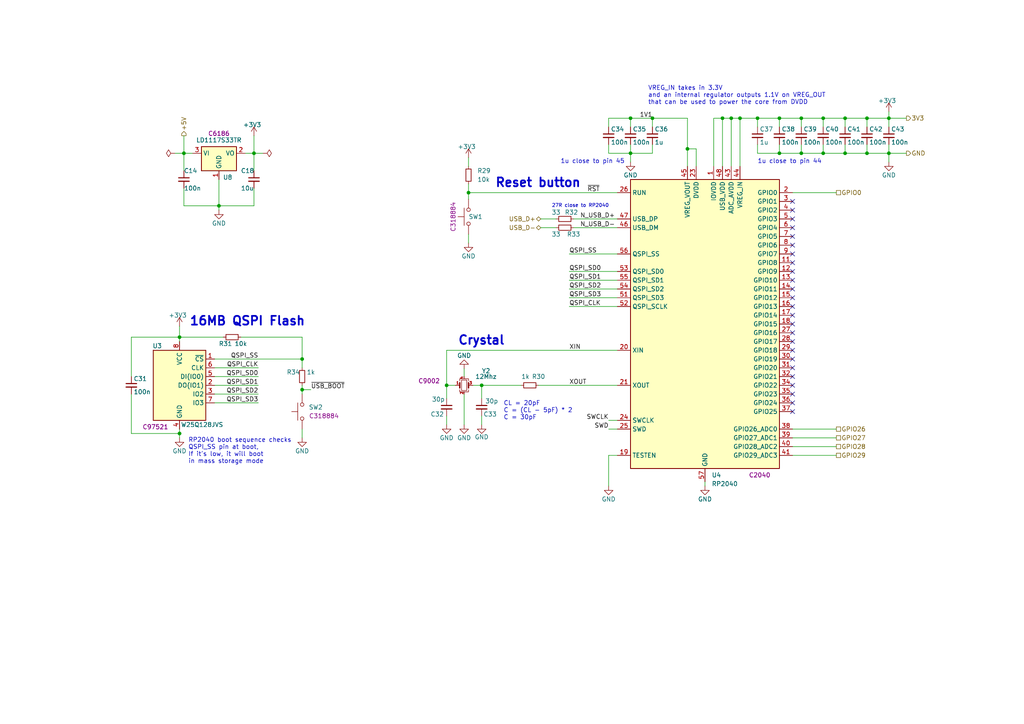
<source format=kicad_sch>
(kicad_sch (version 20230121) (generator eeschema)

  (uuid 4911e7b7-f794-4794-bede-8400b308297b)

  (paper "A4")

  (title_block
    (title "RP2040")
    (date "2023-09-03")
    (rev "0.1")
    (company "Jonas S.")
  )

  (lib_symbols
    (symbol "Device:C_Small" (pin_numbers hide) (pin_names (offset 0.254) hide) (in_bom yes) (on_board yes)
      (property "Reference" "C" (at 0.254 1.778 0)
        (effects (font (size 1.27 1.27)) (justify left))
      )
      (property "Value" "C_Small" (at 0.254 -2.032 0)
        (effects (font (size 1.27 1.27)) (justify left))
      )
      (property "Footprint" "" (at 0 0 0)
        (effects (font (size 1.27 1.27)) hide)
      )
      (property "Datasheet" "~" (at 0 0 0)
        (effects (font (size 1.27 1.27)) hide)
      )
      (property "ki_keywords" "capacitor cap" (at 0 0 0)
        (effects (font (size 1.27 1.27)) hide)
      )
      (property "ki_description" "Unpolarized capacitor, small symbol" (at 0 0 0)
        (effects (font (size 1.27 1.27)) hide)
      )
      (property "ki_fp_filters" "C_*" (at 0 0 0)
        (effects (font (size 1.27 1.27)) hide)
      )
      (symbol "C_Small_0_1"
        (polyline
          (pts
            (xy -1.524 -0.508)
            (xy 1.524 -0.508)
          )
          (stroke (width 0.3302) (type default))
          (fill (type none))
        )
        (polyline
          (pts
            (xy -1.524 0.508)
            (xy 1.524 0.508)
          )
          (stroke (width 0.3048) (type default))
          (fill (type none))
        )
      )
      (symbol "C_Small_1_1"
        (pin passive line (at 0 2.54 270) (length 2.032)
          (name "~" (effects (font (size 1.27 1.27))))
          (number "1" (effects (font (size 1.27 1.27))))
        )
        (pin passive line (at 0 -2.54 90) (length 2.032)
          (name "~" (effects (font (size 1.27 1.27))))
          (number "2" (effects (font (size 1.27 1.27))))
        )
      )
    )
    (symbol "Device:Crystal_GND24_Small" (pin_names (offset 1.016) hide) (in_bom yes) (on_board yes)
      (property "Reference" "Y" (at 1.27 4.445 0)
        (effects (font (size 1.27 1.27)) (justify left))
      )
      (property "Value" "Crystal_GND24_Small" (at 1.27 2.54 0)
        (effects (font (size 1.27 1.27)) (justify left))
      )
      (property "Footprint" "" (at 0 0 0)
        (effects (font (size 1.27 1.27)) hide)
      )
      (property "Datasheet" "~" (at 0 0 0)
        (effects (font (size 1.27 1.27)) hide)
      )
      (property "ki_keywords" "quartz ceramic resonator oscillator" (at 0 0 0)
        (effects (font (size 1.27 1.27)) hide)
      )
      (property "ki_description" "Four pin crystal, GND on pins 2 and 4, small symbol" (at 0 0 0)
        (effects (font (size 1.27 1.27)) hide)
      )
      (property "ki_fp_filters" "Crystal*" (at 0 0 0)
        (effects (font (size 1.27 1.27)) hide)
      )
      (symbol "Crystal_GND24_Small_0_1"
        (rectangle (start -0.762 -1.524) (end 0.762 1.524)
          (stroke (width 0) (type default))
          (fill (type none))
        )
        (polyline
          (pts
            (xy -1.27 -0.762)
            (xy -1.27 0.762)
          )
          (stroke (width 0.381) (type default))
          (fill (type none))
        )
        (polyline
          (pts
            (xy 1.27 -0.762)
            (xy 1.27 0.762)
          )
          (stroke (width 0.381) (type default))
          (fill (type none))
        )
        (polyline
          (pts
            (xy -1.27 -1.27)
            (xy -1.27 -1.905)
            (xy 1.27 -1.905)
            (xy 1.27 -1.27)
          )
          (stroke (width 0) (type default))
          (fill (type none))
        )
        (polyline
          (pts
            (xy -1.27 1.27)
            (xy -1.27 1.905)
            (xy 1.27 1.905)
            (xy 1.27 1.27)
          )
          (stroke (width 0) (type default))
          (fill (type none))
        )
      )
      (symbol "Crystal_GND24_Small_1_1"
        (pin passive line (at -2.54 0 0) (length 1.27)
          (name "1" (effects (font (size 1.27 1.27))))
          (number "1" (effects (font (size 0.762 0.762))))
        )
        (pin passive line (at 0 -2.54 90) (length 0.635)
          (name "2" (effects (font (size 1.27 1.27))))
          (number "2" (effects (font (size 0.762 0.762))))
        )
        (pin passive line (at 2.54 0 180) (length 1.27)
          (name "3" (effects (font (size 1.27 1.27))))
          (number "3" (effects (font (size 0.762 0.762))))
        )
        (pin passive line (at 0 2.54 270) (length 0.635)
          (name "4" (effects (font (size 1.27 1.27))))
          (number "4" (effects (font (size 0.762 0.762))))
        )
      )
    )
    (symbol "Device:R_Small" (pin_numbers hide) (pin_names (offset 0.254) hide) (in_bom yes) (on_board yes)
      (property "Reference" "R" (at 0.762 0.508 0)
        (effects (font (size 1.27 1.27)) (justify left))
      )
      (property "Value" "R_Small" (at 0.762 -1.016 0)
        (effects (font (size 1.27 1.27)) (justify left))
      )
      (property "Footprint" "" (at 0 0 0)
        (effects (font (size 1.27 1.27)) hide)
      )
      (property "Datasheet" "~" (at 0 0 0)
        (effects (font (size 1.27 1.27)) hide)
      )
      (property "ki_keywords" "R resistor" (at 0 0 0)
        (effects (font (size 1.27 1.27)) hide)
      )
      (property "ki_description" "Resistor, small symbol" (at 0 0 0)
        (effects (font (size 1.27 1.27)) hide)
      )
      (property "ki_fp_filters" "R_*" (at 0 0 0)
        (effects (font (size 1.27 1.27)) hide)
      )
      (symbol "R_Small_0_1"
        (rectangle (start -0.762 1.778) (end 0.762 -1.778)
          (stroke (width 0.2032) (type default))
          (fill (type none))
        )
      )
      (symbol "R_Small_1_1"
        (pin passive line (at 0 2.54 270) (length 0.762)
          (name "~" (effects (font (size 1.27 1.27))))
          (number "1" (effects (font (size 1.27 1.27))))
        )
        (pin passive line (at 0 -2.54 90) (length 0.762)
          (name "~" (effects (font (size 1.27 1.27))))
          (number "2" (effects (font (size 1.27 1.27))))
        )
      )
    )
    (symbol "MCU_RaspberryPi:RP2040" (in_bom yes) (on_board yes)
      (property "Reference" "U" (at 17.78 45.72 0)
        (effects (font (size 1.27 1.27)))
      )
      (property "Value" "RP2040" (at 17.78 43.18 0)
        (effects (font (size 1.27 1.27)))
      )
      (property "Footprint" "Package_DFN_QFN:QFN-56-1EP_7x7mm_P0.4mm_EP3.2x3.2mm" (at 0 0 0)
        (effects (font (size 1.27 1.27)) hide)
      )
      (property "Datasheet" "https://datasheets.raspberrypi.com/rp2040/rp2040-datasheet.pdf" (at 0 0 0)
        (effects (font (size 1.27 1.27)) hide)
      )
      (property "ki_keywords" "RP2040 ARM Cortex-M0+ USB" (at 0 0 0)
        (effects (font (size 1.27 1.27)) hide)
      )
      (property "ki_description" "A microcontroller by Raspberry Pi" (at 0 0 0)
        (effects (font (size 1.27 1.27)) hide)
      )
      (property "ki_fp_filters" "QFN*1EP*7x7mm?P0.4mm*" (at 0 0 0)
        (effects (font (size 1.27 1.27)) hide)
      )
      (symbol "RP2040_0_1"
        (rectangle (start -21.59 41.91) (end 21.59 -41.91)
          (stroke (width 0.254) (type default))
          (fill (type background))
        )
      )
      (symbol "RP2040_1_1"
        (pin power_in line (at 2.54 45.72 270) (length 3.81)
          (name "IOVDD" (effects (font (size 1.27 1.27))))
          (number "1" (effects (font (size 1.27 1.27))))
        )
        (pin passive line (at 2.54 45.72 270) (length 3.81) hide
          (name "IOVDD" (effects (font (size 1.27 1.27))))
          (number "10" (effects (font (size 1.27 1.27))))
        )
        (pin bidirectional line (at 25.4 17.78 180) (length 3.81)
          (name "GPIO8" (effects (font (size 1.27 1.27))))
          (number "11" (effects (font (size 1.27 1.27))))
        )
        (pin bidirectional line (at 25.4 15.24 180) (length 3.81)
          (name "GPIO9" (effects (font (size 1.27 1.27))))
          (number "12" (effects (font (size 1.27 1.27))))
        )
        (pin bidirectional line (at 25.4 12.7 180) (length 3.81)
          (name "GPIO10" (effects (font (size 1.27 1.27))))
          (number "13" (effects (font (size 1.27 1.27))))
        )
        (pin bidirectional line (at 25.4 10.16 180) (length 3.81)
          (name "GPIO11" (effects (font (size 1.27 1.27))))
          (number "14" (effects (font (size 1.27 1.27))))
        )
        (pin bidirectional line (at 25.4 7.62 180) (length 3.81)
          (name "GPIO12" (effects (font (size 1.27 1.27))))
          (number "15" (effects (font (size 1.27 1.27))))
        )
        (pin bidirectional line (at 25.4 5.08 180) (length 3.81)
          (name "GPIO13" (effects (font (size 1.27 1.27))))
          (number "16" (effects (font (size 1.27 1.27))))
        )
        (pin bidirectional line (at 25.4 2.54 180) (length 3.81)
          (name "GPIO14" (effects (font (size 1.27 1.27))))
          (number "17" (effects (font (size 1.27 1.27))))
        )
        (pin bidirectional line (at 25.4 0 180) (length 3.81)
          (name "GPIO15" (effects (font (size 1.27 1.27))))
          (number "18" (effects (font (size 1.27 1.27))))
        )
        (pin input line (at -25.4 -38.1 0) (length 3.81)
          (name "TESTEN" (effects (font (size 1.27 1.27))))
          (number "19" (effects (font (size 1.27 1.27))))
        )
        (pin bidirectional line (at 25.4 38.1 180) (length 3.81)
          (name "GPIO0" (effects (font (size 1.27 1.27))))
          (number "2" (effects (font (size 1.27 1.27))))
        )
        (pin input line (at -25.4 -7.62 0) (length 3.81)
          (name "XIN" (effects (font (size 1.27 1.27))))
          (number "20" (effects (font (size 1.27 1.27))))
        )
        (pin passive line (at -25.4 -17.78 0) (length 3.81)
          (name "XOUT" (effects (font (size 1.27 1.27))))
          (number "21" (effects (font (size 1.27 1.27))))
        )
        (pin passive line (at 2.54 45.72 270) (length 3.81) hide
          (name "IOVDD" (effects (font (size 1.27 1.27))))
          (number "22" (effects (font (size 1.27 1.27))))
        )
        (pin power_in line (at -2.54 45.72 270) (length 3.81)
          (name "DVDD" (effects (font (size 1.27 1.27))))
          (number "23" (effects (font (size 1.27 1.27))))
        )
        (pin input line (at -25.4 -27.94 0) (length 3.81)
          (name "SWCLK" (effects (font (size 1.27 1.27))))
          (number "24" (effects (font (size 1.27 1.27))))
        )
        (pin bidirectional line (at -25.4 -30.48 0) (length 3.81)
          (name "SWD" (effects (font (size 1.27 1.27))))
          (number "25" (effects (font (size 1.27 1.27))))
        )
        (pin input line (at -25.4 38.1 0) (length 3.81)
          (name "RUN" (effects (font (size 1.27 1.27))))
          (number "26" (effects (font (size 1.27 1.27))))
        )
        (pin bidirectional line (at 25.4 -2.54 180) (length 3.81)
          (name "GPIO16" (effects (font (size 1.27 1.27))))
          (number "27" (effects (font (size 1.27 1.27))))
        )
        (pin bidirectional line (at 25.4 -5.08 180) (length 3.81)
          (name "GPIO17" (effects (font (size 1.27 1.27))))
          (number "28" (effects (font (size 1.27 1.27))))
        )
        (pin bidirectional line (at 25.4 -7.62 180) (length 3.81)
          (name "GPIO18" (effects (font (size 1.27 1.27))))
          (number "29" (effects (font (size 1.27 1.27))))
        )
        (pin bidirectional line (at 25.4 35.56 180) (length 3.81)
          (name "GPIO1" (effects (font (size 1.27 1.27))))
          (number "3" (effects (font (size 1.27 1.27))))
        )
        (pin bidirectional line (at 25.4 -10.16 180) (length 3.81)
          (name "GPIO19" (effects (font (size 1.27 1.27))))
          (number "30" (effects (font (size 1.27 1.27))))
        )
        (pin bidirectional line (at 25.4 -12.7 180) (length 3.81)
          (name "GPIO20" (effects (font (size 1.27 1.27))))
          (number "31" (effects (font (size 1.27 1.27))))
        )
        (pin bidirectional line (at 25.4 -15.24 180) (length 3.81)
          (name "GPIO21" (effects (font (size 1.27 1.27))))
          (number "32" (effects (font (size 1.27 1.27))))
        )
        (pin passive line (at 2.54 45.72 270) (length 3.81) hide
          (name "IOVDD" (effects (font (size 1.27 1.27))))
          (number "33" (effects (font (size 1.27 1.27))))
        )
        (pin bidirectional line (at 25.4 -17.78 180) (length 3.81)
          (name "GPIO22" (effects (font (size 1.27 1.27))))
          (number "34" (effects (font (size 1.27 1.27))))
        )
        (pin bidirectional line (at 25.4 -20.32 180) (length 3.81)
          (name "GPIO23" (effects (font (size 1.27 1.27))))
          (number "35" (effects (font (size 1.27 1.27))))
        )
        (pin bidirectional line (at 25.4 -22.86 180) (length 3.81)
          (name "GPIO24" (effects (font (size 1.27 1.27))))
          (number "36" (effects (font (size 1.27 1.27))))
        )
        (pin bidirectional line (at 25.4 -25.4 180) (length 3.81)
          (name "GPIO25" (effects (font (size 1.27 1.27))))
          (number "37" (effects (font (size 1.27 1.27))))
        )
        (pin bidirectional line (at 25.4 -30.48 180) (length 3.81)
          (name "GPIO26_ADC0" (effects (font (size 1.27 1.27))))
          (number "38" (effects (font (size 1.27 1.27))))
        )
        (pin bidirectional line (at 25.4 -33.02 180) (length 3.81)
          (name "GPIO27_ADC1" (effects (font (size 1.27 1.27))))
          (number "39" (effects (font (size 1.27 1.27))))
        )
        (pin bidirectional line (at 25.4 33.02 180) (length 3.81)
          (name "GPIO2" (effects (font (size 1.27 1.27))))
          (number "4" (effects (font (size 1.27 1.27))))
        )
        (pin bidirectional line (at 25.4 -35.56 180) (length 3.81)
          (name "GPIO28_ADC2" (effects (font (size 1.27 1.27))))
          (number "40" (effects (font (size 1.27 1.27))))
        )
        (pin bidirectional line (at 25.4 -38.1 180) (length 3.81)
          (name "GPIO29_ADC3" (effects (font (size 1.27 1.27))))
          (number "41" (effects (font (size 1.27 1.27))))
        )
        (pin passive line (at 2.54 45.72 270) (length 3.81) hide
          (name "IOVDD" (effects (font (size 1.27 1.27))))
          (number "42" (effects (font (size 1.27 1.27))))
        )
        (pin power_in line (at 7.62 45.72 270) (length 3.81)
          (name "ADC_AVDD" (effects (font (size 1.27 1.27))))
          (number "43" (effects (font (size 1.27 1.27))))
        )
        (pin power_in line (at 10.16 45.72 270) (length 3.81)
          (name "VREG_IN" (effects (font (size 1.27 1.27))))
          (number "44" (effects (font (size 1.27 1.27))))
        )
        (pin power_out line (at -5.08 45.72 270) (length 3.81)
          (name "VREG_VOUT" (effects (font (size 1.27 1.27))))
          (number "45" (effects (font (size 1.27 1.27))))
        )
        (pin bidirectional line (at -25.4 27.94 0) (length 3.81)
          (name "USB_DM" (effects (font (size 1.27 1.27))))
          (number "46" (effects (font (size 1.27 1.27))))
        )
        (pin bidirectional line (at -25.4 30.48 0) (length 3.81)
          (name "USB_DP" (effects (font (size 1.27 1.27))))
          (number "47" (effects (font (size 1.27 1.27))))
        )
        (pin power_in line (at 5.08 45.72 270) (length 3.81)
          (name "USB_VDD" (effects (font (size 1.27 1.27))))
          (number "48" (effects (font (size 1.27 1.27))))
        )
        (pin passive line (at 2.54 45.72 270) (length 3.81) hide
          (name "IOVDD" (effects (font (size 1.27 1.27))))
          (number "49" (effects (font (size 1.27 1.27))))
        )
        (pin bidirectional line (at 25.4 30.48 180) (length 3.81)
          (name "GPIO3" (effects (font (size 1.27 1.27))))
          (number "5" (effects (font (size 1.27 1.27))))
        )
        (pin passive line (at -2.54 45.72 270) (length 3.81) hide
          (name "DVDD" (effects (font (size 1.27 1.27))))
          (number "50" (effects (font (size 1.27 1.27))))
        )
        (pin bidirectional line (at -25.4 7.62 0) (length 3.81)
          (name "QSPI_SD3" (effects (font (size 1.27 1.27))))
          (number "51" (effects (font (size 1.27 1.27))))
        )
        (pin output line (at -25.4 5.08 0) (length 3.81)
          (name "QSPI_SCLK" (effects (font (size 1.27 1.27))))
          (number "52" (effects (font (size 1.27 1.27))))
        )
        (pin bidirectional line (at -25.4 15.24 0) (length 3.81)
          (name "QSPI_SD0" (effects (font (size 1.27 1.27))))
          (number "53" (effects (font (size 1.27 1.27))))
        )
        (pin bidirectional line (at -25.4 10.16 0) (length 3.81)
          (name "QSPI_SD2" (effects (font (size 1.27 1.27))))
          (number "54" (effects (font (size 1.27 1.27))))
        )
        (pin bidirectional line (at -25.4 12.7 0) (length 3.81)
          (name "QSPI_SD1" (effects (font (size 1.27 1.27))))
          (number "55" (effects (font (size 1.27 1.27))))
        )
        (pin bidirectional line (at -25.4 20.32 0) (length 3.81)
          (name "QSPI_SS" (effects (font (size 1.27 1.27))))
          (number "56" (effects (font (size 1.27 1.27))))
        )
        (pin power_in line (at 0 -45.72 90) (length 3.81)
          (name "GND" (effects (font (size 1.27 1.27))))
          (number "57" (effects (font (size 1.27 1.27))))
        )
        (pin bidirectional line (at 25.4 27.94 180) (length 3.81)
          (name "GPIO4" (effects (font (size 1.27 1.27))))
          (number "6" (effects (font (size 1.27 1.27))))
        )
        (pin bidirectional line (at 25.4 25.4 180) (length 3.81)
          (name "GPIO5" (effects (font (size 1.27 1.27))))
          (number "7" (effects (font (size 1.27 1.27))))
        )
        (pin bidirectional line (at 25.4 22.86 180) (length 3.81)
          (name "GPIO6" (effects (font (size 1.27 1.27))))
          (number "8" (effects (font (size 1.27 1.27))))
        )
        (pin bidirectional line (at 25.4 20.32 180) (length 3.81)
          (name "GPIO7" (effects (font (size 1.27 1.27))))
          (number "9" (effects (font (size 1.27 1.27))))
        )
      )
    )
    (symbol "Memory_Flash:W25Q128JVS" (in_bom yes) (on_board yes)
      (property "Reference" "U" (at -8.89 8.89 0)
        (effects (font (size 1.27 1.27)))
      )
      (property "Value" "W25Q128JVS" (at 7.62 8.89 0)
        (effects (font (size 1.27 1.27)))
      )
      (property "Footprint" "Package_SO:SOIC-8_5.23x5.23mm_P1.27mm" (at 0 0 0)
        (effects (font (size 1.27 1.27)) hide)
      )
      (property "Datasheet" "http://www.winbond.com/resource-files/w25q128jv_dtr%20revc%2003272018%20plus.pdf" (at 0 0 0)
        (effects (font (size 1.27 1.27)) hide)
      )
      (property "ki_keywords" "flash memory SPI QPI DTR" (at 0 0 0)
        (effects (font (size 1.27 1.27)) hide)
      )
      (property "ki_description" "128Mb Serial Flash Memory, Standard/Dual/Quad SPI, SOIC-8" (at 0 0 0)
        (effects (font (size 1.27 1.27)) hide)
      )
      (property "ki_fp_filters" "SOIC*5.23x5.23mm*P1.27mm*" (at 0 0 0)
        (effects (font (size 1.27 1.27)) hide)
      )
      (symbol "W25Q128JVS_0_1"
        (rectangle (start -7.62 10.16) (end 7.62 -10.16)
          (stroke (width 0.254) (type default))
          (fill (type background))
        )
      )
      (symbol "W25Q128JVS_1_1"
        (pin input line (at -10.16 7.62 0) (length 2.54)
          (name "~{CS}" (effects (font (size 1.27 1.27))))
          (number "1" (effects (font (size 1.27 1.27))))
        )
        (pin bidirectional line (at -10.16 0 0) (length 2.54)
          (name "DO(IO1)" (effects (font (size 1.27 1.27))))
          (number "2" (effects (font (size 1.27 1.27))))
        )
        (pin bidirectional line (at -10.16 -2.54 0) (length 2.54)
          (name "IO2" (effects (font (size 1.27 1.27))))
          (number "3" (effects (font (size 1.27 1.27))))
        )
        (pin power_in line (at 0 -12.7 90) (length 2.54)
          (name "GND" (effects (font (size 1.27 1.27))))
          (number "4" (effects (font (size 1.27 1.27))))
        )
        (pin bidirectional line (at -10.16 2.54 0) (length 2.54)
          (name "DI(IO0)" (effects (font (size 1.27 1.27))))
          (number "5" (effects (font (size 1.27 1.27))))
        )
        (pin input line (at -10.16 5.08 0) (length 2.54)
          (name "CLK" (effects (font (size 1.27 1.27))))
          (number "6" (effects (font (size 1.27 1.27))))
        )
        (pin bidirectional line (at -10.16 -5.08 0) (length 2.54)
          (name "IO3" (effects (font (size 1.27 1.27))))
          (number "7" (effects (font (size 1.27 1.27))))
        )
        (pin power_in line (at 0 12.7 270) (length 2.54)
          (name "VCC" (effects (font (size 1.27 1.27))))
          (number "8" (effects (font (size 1.27 1.27))))
        )
      )
    )
    (symbol "Regulator_Linear:LD1117S33TR_SOT223" (in_bom yes) (on_board yes)
      (property "Reference" "U" (at -3.81 3.175 0)
        (effects (font (size 1.27 1.27)))
      )
      (property "Value" "LD1117S33TR_SOT223" (at 0 3.175 0)
        (effects (font (size 1.27 1.27)) (justify left))
      )
      (property "Footprint" "Package_TO_SOT_SMD:SOT-223-3_TabPin2" (at 0 5.08 0)
        (effects (font (size 1.27 1.27)) hide)
      )
      (property "Datasheet" "http://www.st.com/st-web-ui/static/active/en/resource/technical/document/datasheet/CD00000544.pdf" (at 2.54 -6.35 0)
        (effects (font (size 1.27 1.27)) hide)
      )
      (property "ki_keywords" "REGULATOR LDO 3.3V" (at 0 0 0)
        (effects (font (size 1.27 1.27)) hide)
      )
      (property "ki_description" "800mA Fixed Low Drop Positive Voltage Regulator, Fixed Output 3.3V, SOT-223" (at 0 0 0)
        (effects (font (size 1.27 1.27)) hide)
      )
      (property "ki_fp_filters" "SOT?223*TabPin2*" (at 0 0 0)
        (effects (font (size 1.27 1.27)) hide)
      )
      (symbol "LD1117S33TR_SOT223_0_1"
        (rectangle (start -5.08 -5.08) (end 5.08 1.905)
          (stroke (width 0.254) (type default))
          (fill (type background))
        )
      )
      (symbol "LD1117S33TR_SOT223_1_1"
        (pin power_in line (at 0 -7.62 90) (length 2.54)
          (name "GND" (effects (font (size 1.27 1.27))))
          (number "1" (effects (font (size 1.27 1.27))))
        )
        (pin power_out line (at 7.62 0 180) (length 2.54)
          (name "VO" (effects (font (size 1.27 1.27))))
          (number "2" (effects (font (size 1.27 1.27))))
        )
        (pin power_in line (at -7.62 0 0) (length 2.54)
          (name "VI" (effects (font (size 1.27 1.27))))
          (number "3" (effects (font (size 1.27 1.27))))
        )
      )
    )
    (symbol "Switch:SW_Push" (pin_numbers hide) (pin_names (offset 1.016) hide) (in_bom yes) (on_board yes)
      (property "Reference" "SW" (at 1.27 2.54 0)
        (effects (font (size 1.27 1.27)) (justify left))
      )
      (property "Value" "SW_Push" (at 0 -1.524 0)
        (effects (font (size 1.27 1.27)))
      )
      (property "Footprint" "" (at 0 5.08 0)
        (effects (font (size 1.27 1.27)) hide)
      )
      (property "Datasheet" "~" (at 0 5.08 0)
        (effects (font (size 1.27 1.27)) hide)
      )
      (property "ki_keywords" "switch normally-open pushbutton push-button" (at 0 0 0)
        (effects (font (size 1.27 1.27)) hide)
      )
      (property "ki_description" "Push button switch, generic, two pins" (at 0 0 0)
        (effects (font (size 1.27 1.27)) hide)
      )
      (symbol "SW_Push_0_1"
        (circle (center -2.032 0) (radius 0.508)
          (stroke (width 0) (type default))
          (fill (type none))
        )
        (polyline
          (pts
            (xy 0 1.27)
            (xy 0 3.048)
          )
          (stroke (width 0) (type default))
          (fill (type none))
        )
        (polyline
          (pts
            (xy 2.54 1.27)
            (xy -2.54 1.27)
          )
          (stroke (width 0) (type default))
          (fill (type none))
        )
        (circle (center 2.032 0) (radius 0.508)
          (stroke (width 0) (type default))
          (fill (type none))
        )
        (pin passive line (at -5.08 0 0) (length 2.54)
          (name "1" (effects (font (size 1.27 1.27))))
          (number "1" (effects (font (size 1.27 1.27))))
        )
        (pin passive line (at 5.08 0 180) (length 2.54)
          (name "2" (effects (font (size 1.27 1.27))))
          (number "2" (effects (font (size 1.27 1.27))))
        )
      )
    )
    (symbol "power:+3V3" (power) (pin_names (offset 0)) (in_bom yes) (on_board yes)
      (property "Reference" "#PWR" (at 0 -3.81 0)
        (effects (font (size 1.27 1.27)) hide)
      )
      (property "Value" "+3V3" (at 0 3.556 0)
        (effects (font (size 1.27 1.27)))
      )
      (property "Footprint" "" (at 0 0 0)
        (effects (font (size 1.27 1.27)) hide)
      )
      (property "Datasheet" "" (at 0 0 0)
        (effects (font (size 1.27 1.27)) hide)
      )
      (property "ki_keywords" "global power" (at 0 0 0)
        (effects (font (size 1.27 1.27)) hide)
      )
      (property "ki_description" "Power symbol creates a global label with name \"+3V3\"" (at 0 0 0)
        (effects (font (size 1.27 1.27)) hide)
      )
      (symbol "+3V3_0_1"
        (polyline
          (pts
            (xy -0.762 1.27)
            (xy 0 2.54)
          )
          (stroke (width 0) (type default))
          (fill (type none))
        )
        (polyline
          (pts
            (xy 0 0)
            (xy 0 2.54)
          )
          (stroke (width 0) (type default))
          (fill (type none))
        )
        (polyline
          (pts
            (xy 0 2.54)
            (xy 0.762 1.27)
          )
          (stroke (width 0) (type default))
          (fill (type none))
        )
      )
      (symbol "+3V3_1_1"
        (pin power_in line (at 0 0 90) (length 0) hide
          (name "+3V3" (effects (font (size 1.27 1.27))))
          (number "1" (effects (font (size 1.27 1.27))))
        )
      )
    )
    (symbol "power:GND" (power) (pin_names (offset 0)) (in_bom yes) (on_board yes)
      (property "Reference" "#PWR" (at 0 -6.35 0)
        (effects (font (size 1.27 1.27)) hide)
      )
      (property "Value" "GND" (at 0 -3.81 0)
        (effects (font (size 1.27 1.27)))
      )
      (property "Footprint" "" (at 0 0 0)
        (effects (font (size 1.27 1.27)) hide)
      )
      (property "Datasheet" "" (at 0 0 0)
        (effects (font (size 1.27 1.27)) hide)
      )
      (property "ki_keywords" "global power" (at 0 0 0)
        (effects (font (size 1.27 1.27)) hide)
      )
      (property "ki_description" "Power symbol creates a global label with name \"GND\" , ground" (at 0 0 0)
        (effects (font (size 1.27 1.27)) hide)
      )
      (symbol "GND_0_1"
        (polyline
          (pts
            (xy 0 0)
            (xy 0 -1.27)
            (xy 1.27 -1.27)
            (xy 0 -2.54)
            (xy -1.27 -1.27)
            (xy 0 -1.27)
          )
          (stroke (width 0) (type default))
          (fill (type none))
        )
      )
      (symbol "GND_1_1"
        (pin power_in line (at 0 0 270) (length 0) hide
          (name "GND" (effects (font (size 1.27 1.27))))
          (number "1" (effects (font (size 1.27 1.27))))
        )
      )
    )
    (symbol "power:PWR_FLAG" (power) (pin_numbers hide) (pin_names (offset 0) hide) (in_bom yes) (on_board yes)
      (property "Reference" "#FLG" (at 0 1.905 0)
        (effects (font (size 1.27 1.27)) hide)
      )
      (property "Value" "PWR_FLAG" (at 0 3.81 0)
        (effects (font (size 1.27 1.27)))
      )
      (property "Footprint" "" (at 0 0 0)
        (effects (font (size 1.27 1.27)) hide)
      )
      (property "Datasheet" "~" (at 0 0 0)
        (effects (font (size 1.27 1.27)) hide)
      )
      (property "ki_keywords" "flag power" (at 0 0 0)
        (effects (font (size 1.27 1.27)) hide)
      )
      (property "ki_description" "Special symbol for telling ERC where power comes from" (at 0 0 0)
        (effects (font (size 1.27 1.27)) hide)
      )
      (symbol "PWR_FLAG_0_0"
        (pin power_out line (at 0 0 90) (length 0)
          (name "pwr" (effects (font (size 1.27 1.27))))
          (number "1" (effects (font (size 1.27 1.27))))
        )
      )
      (symbol "PWR_FLAG_0_1"
        (polyline
          (pts
            (xy 0 0)
            (xy 0 1.27)
            (xy -1.016 1.905)
            (xy 0 2.54)
            (xy 1.016 1.905)
            (xy 0 1.27)
          )
          (stroke (width 0) (type default))
          (fill (type none))
        )
      )
    )
  )

  (junction (at 238.76 34.29) (diameter 0) (color 0 0 0 0)
    (uuid 11941717-f94e-4d8a-834c-c10926a01057)
  )
  (junction (at 182.88 44.45) (diameter 0) (color 0 0 0 0)
    (uuid 209a4b51-eaa4-4ce8-98b6-874e3ffc8c62)
  )
  (junction (at 226.06 34.29) (diameter 0) (color 0 0 0 0)
    (uuid 2aa570ca-fb82-4fb4-a078-f34404d00c7e)
  )
  (junction (at 53.34 44.45) (diameter 0) (color 0 0 0 0)
    (uuid 2d02ac0a-4359-4962-8ef2-c3ae0f71f45e)
  )
  (junction (at 52.07 97.79) (diameter 0) (color 0 0 0 0)
    (uuid 336c5d4c-d955-4e7c-8451-3f0db09436e8)
  )
  (junction (at 245.11 44.45) (diameter 0) (color 0 0 0 0)
    (uuid 35424af5-a6f8-47ef-a098-e3c5410ecbe1)
  )
  (junction (at 63.5 59.69) (diameter 0) (color 0 0 0 0)
    (uuid 4b0673ee-dfd2-45d5-8a7f-8e715ef37dd6)
  )
  (junction (at 219.71 34.29) (diameter 0) (color 0 0 0 0)
    (uuid 54b20435-4449-404c-b180-bb59b2ab38a7)
  )
  (junction (at 73.66 44.45) (diameter 0) (color 0 0 0 0)
    (uuid 55d609f0-1195-4977-a665-4cb9ec16b06f)
  )
  (junction (at 257.81 34.29) (diameter 0) (color 0 0 0 0)
    (uuid 5feaae99-3a88-4db0-88d5-37f4f03d5452)
  )
  (junction (at 87.63 104.14) (diameter 0) (color 0 0 0 0)
    (uuid 614c0ddd-e347-4f4d-b8cd-416f06bcffd8)
  )
  (junction (at 214.63 34.29) (diameter 0) (color 0 0 0 0)
    (uuid 6b15746a-30e1-4ca9-9231-eaae8f6865d9)
  )
  (junction (at 212.09 34.29) (diameter 0) (color 0 0 0 0)
    (uuid 75d18e3c-3726-4267-8aaf-2de222160fa4)
  )
  (junction (at 135.89 55.88) (diameter 0) (color 0 0 0 0)
    (uuid 777cf803-be40-4475-a5ea-2d7e84ac9f1d)
  )
  (junction (at 238.76 44.45) (diameter 0) (color 0 0 0 0)
    (uuid 7976d834-7d27-43cf-9055-2e2e0554a42a)
  )
  (junction (at 209.55 34.29) (diameter 0) (color 0 0 0 0)
    (uuid 7ef12858-3b82-4942-b043-921908bb76f5)
  )
  (junction (at 87.63 113.03) (diameter 0) (color 0 0 0 0)
    (uuid 9af95c14-7fd0-4c2b-b5c1-32adfc2646ee)
  )
  (junction (at 232.41 44.45) (diameter 0) (color 0 0 0 0)
    (uuid 9fd340c5-de72-4d69-aa14-4aad8e0aaea5)
  )
  (junction (at 182.88 34.29) (diameter 0) (color 0 0 0 0)
    (uuid a4b318dc-1519-44ac-beeb-8a961c704683)
  )
  (junction (at 232.41 34.29) (diameter 0) (color 0 0 0 0)
    (uuid ae32e481-affd-45d1-9554-edcd68defead)
  )
  (junction (at 257.81 44.45) (diameter 0) (color 0 0 0 0)
    (uuid b0a6841f-577d-4b63-b1ee-82627be549dc)
  )
  (junction (at 251.46 34.29) (diameter 0) (color 0 0 0 0)
    (uuid ba6b0086-7f2a-4884-99aa-c1459f926497)
  )
  (junction (at 251.46 44.45) (diameter 0) (color 0 0 0 0)
    (uuid bfdc8dbd-7bd0-4f70-b138-5309b5c16642)
  )
  (junction (at 226.06 44.45) (diameter 0) (color 0 0 0 0)
    (uuid d61f7352-5b77-424a-8208-e7a56db01755)
  )
  (junction (at 52.07 125.73) (diameter 0) (color 0 0 0 0)
    (uuid d8ee45dc-40d1-4ffe-8562-8389f5959111)
  )
  (junction (at 189.23 34.29) (diameter 0) (color 0 0 0 0)
    (uuid dc01390a-9e04-41b5-8fce-8ddee7ad7662)
  )
  (junction (at 245.11 34.29) (diameter 0) (color 0 0 0 0)
    (uuid e01f007b-1a20-4ca3-9934-172bbb6bf069)
  )
  (junction (at 199.39 43.18) (diameter 0) (color 0 0 0 0)
    (uuid e84b26b0-dbfd-478e-a0df-53efbdf56f6f)
  )
  (junction (at 129.54 111.76) (diameter 0) (color 0 0 0 0)
    (uuid eca2582f-bc21-456f-9af5-386b0181b55b)
  )
  (junction (at 139.7 111.76) (diameter 0) (color 0 0 0 0)
    (uuid fdaa14e6-5857-488b-bff8-e83b6b289ab5)
  )

  (no_connect (at 229.87 114.3) (uuid 129bce14-2058-4dcd-b2b9-8237e5f07455))
  (no_connect (at 229.87 63.5) (uuid 22f3d462-d2ed-4895-825f-33f7e2e2bd96))
  (no_connect (at 229.87 58.42) (uuid 2380556c-7173-4144-8022-67216aff6a26))
  (no_connect (at 229.87 93.98) (uuid 29edec82-0757-439d-9c72-cd624e7adee0))
  (no_connect (at 229.87 91.44) (uuid 423351af-1912-473d-b25b-c908a9669b46))
  (no_connect (at 229.87 96.52) (uuid 4f99969b-6502-422d-8c8f-5121be12f1ad))
  (no_connect (at 229.87 106.68) (uuid 5a4a789e-fea5-4142-b0f9-a09b86d913f0))
  (no_connect (at 229.87 73.66) (uuid 5e8aebb8-3fcb-4e40-b823-5d169ac24e44))
  (no_connect (at 229.87 109.22) (uuid 65562fd6-8e36-419d-bfea-956411e389dc))
  (no_connect (at 229.87 99.06) (uuid 6d5873e7-0fc4-4957-98c9-b9440b7493d9))
  (no_connect (at 229.87 86.36) (uuid 726fa364-9870-4c59-969f-ff0ee3cf793e))
  (no_connect (at 229.87 60.96) (uuid 7a0734db-e38a-4bfa-b72b-491639902b84))
  (no_connect (at 229.87 71.12) (uuid 8b0530aa-05bf-4d16-b8e2-5f0b73bd3c17))
  (no_connect (at 229.87 111.76) (uuid 94b08271-0395-473a-92ad-cfa49a5f63e8))
  (no_connect (at 229.87 66.04) (uuid 9bade4a8-910a-412d-8842-064d4e9ed9dc))
  (no_connect (at 229.87 101.6) (uuid 9fec77bb-1256-4683-9905-80adc19df341))
  (no_connect (at 229.87 81.28) (uuid a0229b51-4c74-4da7-8ecf-e063603bb684))
  (no_connect (at 229.87 78.74) (uuid b7551181-b7a0-4920-9aa0-06f95f152b5f))
  (no_connect (at 229.87 116.84) (uuid c5917ba9-bcfa-4b1a-8d4b-35689b282014))
  (no_connect (at 229.87 119.38) (uuid d25f519c-2370-44c7-8b7a-8627b03b5ef8))
  (no_connect (at 229.87 104.14) (uuid e1400b1d-0cd0-4ae9-abfa-1073f7899bef))
  (no_connect (at 229.87 83.82) (uuid ef5fdb0a-2e37-453b-b4d2-a948f38f3e1b))
  (no_connect (at 229.87 88.9) (uuid f67f8be2-5ec9-4aa8-a73e-e2755b5a9184))
  (no_connect (at 229.87 76.2) (uuid f85ab434-1601-40cb-bdb8-270bd0a244fa))
  (no_connect (at 229.87 68.58) (uuid facaab13-f07c-4c09-9f8e-42c1b16f3e38))

  (wire (pts (xy 63.5 59.69) (xy 63.5 60.96))
    (stroke (width 0) (type default))
    (uuid 03a7ad1a-3a83-475b-af5f-8bfc7c2ea6e9)
  )
  (wire (pts (xy 74.93 106.68) (xy 62.23 106.68))
    (stroke (width 0) (type default))
    (uuid 077dae32-cd3c-4f64-aa52-5c74509087d5)
  )
  (wire (pts (xy 166.37 63.5) (xy 179.07 63.5))
    (stroke (width 0) (type default))
    (uuid 0d52a197-636b-42eb-b50d-a966db9055f8)
  )
  (wire (pts (xy 63.5 52.07) (xy 63.5 59.69))
    (stroke (width 0) (type default))
    (uuid 0ea5ec0c-abee-4c3a-a12d-efe8fd28af92)
  )
  (wire (pts (xy 73.66 59.69) (xy 63.5 59.69))
    (stroke (width 0) (type default))
    (uuid 0ebe407c-7326-4de7-adc9-3c68291a31fe)
  )
  (wire (pts (xy 156.845 63.5) (xy 161.29 63.5))
    (stroke (width 0) (type default))
    (uuid 0f22ee83-287f-4b64-8763-baf5d46c70e2)
  )
  (wire (pts (xy 207.01 34.29) (xy 209.55 34.29))
    (stroke (width 0) (type default))
    (uuid 0fa0bd38-3292-4494-801c-47f80fad3d21)
  )
  (wire (pts (xy 189.23 44.45) (xy 182.88 44.45))
    (stroke (width 0) (type default))
    (uuid 106b5de5-511b-474c-83f4-79a6ae4d30a1)
  )
  (wire (pts (xy 232.41 34.29) (xy 238.76 34.29))
    (stroke (width 0) (type default))
    (uuid 112ed94c-082e-488a-8301-3991215d9317)
  )
  (wire (pts (xy 73.66 54.61) (xy 73.66 59.69))
    (stroke (width 0) (type default))
    (uuid 152233ac-dc9e-4cd0-88d1-6a4fb48c9cab)
  )
  (wire (pts (xy 182.88 34.29) (xy 182.88 36.83))
    (stroke (width 0) (type default))
    (uuid 16cb59f2-ed39-44e5-bec6-919f3e798cb2)
  )
  (wire (pts (xy 199.39 43.18) (xy 199.39 34.29))
    (stroke (width 0) (type default))
    (uuid 1a55995e-2c0e-4e96-9535-9d56d2fc44c8)
  )
  (wire (pts (xy 137.16 111.76) (xy 139.7 111.76))
    (stroke (width 0) (type default))
    (uuid 27cdf546-e209-46e7-aa28-284bcf5aeebe)
  )
  (wire (pts (xy 245.11 41.91) (xy 245.11 44.45))
    (stroke (width 0) (type default))
    (uuid 2838766f-288f-4f65-a441-cefb95747c2b)
  )
  (wire (pts (xy 219.71 34.29) (xy 226.06 34.29))
    (stroke (width 0) (type default))
    (uuid 29860b64-2f1e-40f4-a6e8-5b61d388ab70)
  )
  (wire (pts (xy 257.81 44.45) (xy 262.89 44.45))
    (stroke (width 0) (type default))
    (uuid 29e5545c-dab8-40a8-b178-0fd33563164a)
  )
  (wire (pts (xy 257.81 32.385) (xy 257.81 34.29))
    (stroke (width 0) (type default))
    (uuid 2c8ee93a-81f8-42dd-a19f-0f8d95060def)
  )
  (wire (pts (xy 53.34 59.69) (xy 63.5 59.69))
    (stroke (width 0) (type default))
    (uuid 2e12a415-df0a-462f-b6c1-c505b871c26a)
  )
  (wire (pts (xy 165.1 83.82) (xy 179.07 83.82))
    (stroke (width 0) (type default))
    (uuid 2fb94e39-30bd-4412-919c-94ad0603faa7)
  )
  (wire (pts (xy 74.93 109.22) (xy 62.23 109.22))
    (stroke (width 0) (type default))
    (uuid 32806d76-c589-4ef9-86ab-b285b68ca321)
  )
  (wire (pts (xy 74.93 114.3) (xy 62.23 114.3))
    (stroke (width 0) (type default))
    (uuid 35619874-7c74-4a24-b0fb-98fac237c91a)
  )
  (wire (pts (xy 53.34 54.61) (xy 53.34 59.69))
    (stroke (width 0) (type default))
    (uuid 37171e8c-200f-4841-8854-f998f14bdde3)
  )
  (wire (pts (xy 201.93 43.18) (xy 199.39 43.18))
    (stroke (width 0) (type default))
    (uuid 38e1201e-ad4c-421b-b1a9-c500b3e42e42)
  )
  (wire (pts (xy 129.54 111.76) (xy 132.08 111.76))
    (stroke (width 0) (type default))
    (uuid 3aa011b0-f8e1-4c43-8c18-30bca38fd8bf)
  )
  (wire (pts (xy 229.87 55.88) (xy 242.57 55.88))
    (stroke (width 0) (type default))
    (uuid 3e41ef7a-980e-47f6-8252-c2b539f4605e)
  )
  (wire (pts (xy 226.06 34.29) (xy 226.06 36.83))
    (stroke (width 0) (type default))
    (uuid 3e64e8b1-2a1b-4ae2-b934-7fdd8a9f92c4)
  )
  (wire (pts (xy 74.93 111.76) (xy 62.23 111.76))
    (stroke (width 0) (type default))
    (uuid 3e7770e8-c174-4c49-b54f-2e028f02c663)
  )
  (wire (pts (xy 229.87 132.08) (xy 242.57 132.08))
    (stroke (width 0) (type default))
    (uuid 3fa13140-22db-4eb9-b66b-2e52e5903da9)
  )
  (wire (pts (xy 212.09 34.29) (xy 214.63 34.29))
    (stroke (width 0) (type default))
    (uuid 41a86581-295a-4d0d-9295-f4f89694d462)
  )
  (wire (pts (xy 176.53 132.08) (xy 176.53 140.97))
    (stroke (width 0) (type default))
    (uuid 41ab4a76-7f14-4e84-807f-b876c405b431)
  )
  (wire (pts (xy 135.89 55.88) (xy 135.89 57.785))
    (stroke (width 0) (type default))
    (uuid 443b4e86-8ed7-421d-964c-a0f0e9df8f78)
  )
  (wire (pts (xy 38.1 114.3) (xy 38.1 125.73))
    (stroke (width 0) (type default))
    (uuid 4446d3ff-d66f-46bf-9073-d11201741a2e)
  )
  (wire (pts (xy 257.81 34.29) (xy 262.89 34.29))
    (stroke (width 0) (type default))
    (uuid 45bcaec8-ed82-4862-8314-a92a20998d55)
  )
  (wire (pts (xy 229.87 124.46) (xy 242.57 124.46))
    (stroke (width 0) (type default))
    (uuid 4611831d-8fa5-46ce-9392-f08d31307bb7)
  )
  (wire (pts (xy 199.39 48.26) (xy 199.39 43.18))
    (stroke (width 0) (type default))
    (uuid 464ce02e-b586-4fcc-aa8b-69afa4fe29aa)
  )
  (wire (pts (xy 212.09 48.26) (xy 212.09 34.29))
    (stroke (width 0) (type default))
    (uuid 46f07161-6d28-481f-8649-e594bd3dc113)
  )
  (wire (pts (xy 207.01 48.26) (xy 207.01 34.29))
    (stroke (width 0) (type default))
    (uuid 478182b2-5a40-4a8d-8e99-e355fc06303a)
  )
  (wire (pts (xy 62.23 104.14) (xy 87.63 104.14))
    (stroke (width 0) (type default))
    (uuid 47b48e33-be5a-462f-a22d-6b383f46b8ad)
  )
  (wire (pts (xy 74.93 116.84) (xy 62.23 116.84))
    (stroke (width 0) (type default))
    (uuid 4802140b-6281-483c-9176-cac9a6319ac3)
  )
  (wire (pts (xy 176.53 124.46) (xy 179.07 124.46))
    (stroke (width 0) (type default))
    (uuid 4904cf8f-8b98-4e14-a62d-62743ec02aeb)
  )
  (wire (pts (xy 229.87 129.54) (xy 242.57 129.54))
    (stroke (width 0) (type default))
    (uuid 4b0dc11f-a4a3-42a1-a078-cd199edfc204)
  )
  (wire (pts (xy 38.1 97.79) (xy 38.1 109.22))
    (stroke (width 0) (type default))
    (uuid 4b69759b-f588-4b6d-a803-76c4847af528)
  )
  (wire (pts (xy 245.11 34.29) (xy 251.46 34.29))
    (stroke (width 0) (type default))
    (uuid 4d0a9b20-0b7a-4159-b1eb-9c83ebaa11d3)
  )
  (wire (pts (xy 214.63 34.29) (xy 219.71 34.29))
    (stroke (width 0) (type default))
    (uuid 4e01e98d-51d8-44b8-a4b2-d54c105bbd5a)
  )
  (wire (pts (xy 87.63 104.14) (xy 87.63 106.68))
    (stroke (width 0) (type default))
    (uuid 50c4c856-6a2d-4cbb-84e5-0152178d24dc)
  )
  (wire (pts (xy 134.62 106.934) (xy 134.62 109.22))
    (stroke (width 0) (type default))
    (uuid 52e251f4-fdec-4190-a593-8d62ddfdb179)
  )
  (wire (pts (xy 214.63 34.29) (xy 214.63 48.26))
    (stroke (width 0) (type default))
    (uuid 533831f9-b864-49e4-8bdc-2fb0a415ca7c)
  )
  (wire (pts (xy 50.8 44.45) (xy 53.34 44.45))
    (stroke (width 0) (type default))
    (uuid 53e878fa-ed4f-4c91-88c5-e828f12437a7)
  )
  (wire (pts (xy 52.07 97.79) (xy 38.1 97.79))
    (stroke (width 0) (type default))
    (uuid 55a6e4f2-2348-49cd-a0c7-e27c7d93f1a8)
  )
  (wire (pts (xy 226.06 41.91) (xy 226.06 44.45))
    (stroke (width 0) (type default))
    (uuid 5b975504-9fbd-472c-8888-8ab3d6676334)
  )
  (wire (pts (xy 189.23 34.29) (xy 189.23 36.83))
    (stroke (width 0) (type default))
    (uuid 5d8d070f-d58b-4cfd-aef5-bc4a6392363f)
  )
  (wire (pts (xy 204.47 139.7) (xy 204.47 140.97))
    (stroke (width 0) (type default))
    (uuid 5f2ba3e4-6ed1-4a53-9539-cbacc7ebe10f)
  )
  (wire (pts (xy 52.07 94.615) (xy 52.07 97.79))
    (stroke (width 0) (type default))
    (uuid 6165885d-bb13-4853-a705-e0e54a30e6a3)
  )
  (wire (pts (xy 165.1 88.9) (xy 179.07 88.9))
    (stroke (width 0) (type default))
    (uuid 62eabf05-3eaa-40eb-9714-4a61ad4916d4)
  )
  (wire (pts (xy 245.11 44.45) (xy 251.46 44.45))
    (stroke (width 0) (type default))
    (uuid 63cd3291-327f-4879-88cf-a8c36386c458)
  )
  (wire (pts (xy 129.54 115.57) (xy 129.54 111.76))
    (stroke (width 0) (type default))
    (uuid 64eae950-eded-4ad6-b63f-e321fce73fd2)
  )
  (wire (pts (xy 189.23 41.91) (xy 189.23 44.45))
    (stroke (width 0) (type default))
    (uuid 682daf45-8a4e-402d-8ff3-db83011af342)
  )
  (wire (pts (xy 135.89 55.88) (xy 179.07 55.88))
    (stroke (width 0) (type default))
    (uuid 69e58d9b-e34b-40b5-b6aa-f7b8d73d3120)
  )
  (wire (pts (xy 129.54 101.6) (xy 129.54 111.76))
    (stroke (width 0) (type default))
    (uuid 6da60aa9-a235-40e7-921a-079b57779136)
  )
  (wire (pts (xy 238.76 41.91) (xy 238.76 44.45))
    (stroke (width 0) (type default))
    (uuid 6ddd5425-b36e-44dc-bf2e-e067ea875942)
  )
  (wire (pts (xy 232.41 34.29) (xy 226.06 34.29))
    (stroke (width 0) (type default))
    (uuid 6eb836ba-ad77-4170-b203-c7602dd9f6e1)
  )
  (wire (pts (xy 165.1 78.74) (xy 179.07 78.74))
    (stroke (width 0) (type default))
    (uuid 73b2da1d-130e-4d3c-b2e5-e8ba03d3efa5)
  )
  (wire (pts (xy 251.46 34.29) (xy 257.81 34.29))
    (stroke (width 0) (type default))
    (uuid 73edef4a-a8a4-4201-9b23-ccccdae0b540)
  )
  (wire (pts (xy 156.845 66.04) (xy 161.29 66.04))
    (stroke (width 0) (type default))
    (uuid 7587a657-88e2-4f84-832c-7bd58f4afe07)
  )
  (wire (pts (xy 176.53 34.29) (xy 182.88 34.29))
    (stroke (width 0) (type default))
    (uuid 770169f0-c461-47ab-aade-e97457b99e0b)
  )
  (wire (pts (xy 232.41 44.45) (xy 226.06 44.45))
    (stroke (width 0) (type default))
    (uuid 7b0688d9-14b1-4ef7-b3a6-0cad65966db2)
  )
  (wire (pts (xy 139.7 111.76) (xy 139.7 115.57))
    (stroke (width 0) (type default))
    (uuid 802fbbf4-9b1a-4487-bfc5-1bbe507497ba)
  )
  (wire (pts (xy 176.53 41.91) (xy 176.53 44.45))
    (stroke (width 0) (type default))
    (uuid 80bd534e-f9dc-4e31-946b-b921b6dfb9e3)
  )
  (wire (pts (xy 135.89 53.34) (xy 135.89 55.88))
    (stroke (width 0) (type default))
    (uuid 813b9f3e-ead1-4031-88c8-179f4db31803)
  )
  (wire (pts (xy 245.11 34.29) (xy 245.11 36.83))
    (stroke (width 0) (type default))
    (uuid 814a2a6d-c80e-4cc3-812a-06621934aaab)
  )
  (wire (pts (xy 229.87 127) (xy 242.57 127))
    (stroke (width 0) (type default))
    (uuid 82b9f1ed-0412-4a58-b1e9-2d8f7ead96aa)
  )
  (wire (pts (xy 251.46 41.91) (xy 251.46 44.45))
    (stroke (width 0) (type default))
    (uuid 85eddae0-d8bd-42e8-b875-15dd4ad44858)
  )
  (wire (pts (xy 209.55 34.29) (xy 209.55 48.26))
    (stroke (width 0) (type default))
    (uuid 87343caa-e924-4bf6-a9cf-c9f730b1af2c)
  )
  (wire (pts (xy 139.7 111.76) (xy 151.13 111.76))
    (stroke (width 0) (type default))
    (uuid 87571711-9b6a-49a6-8f97-1930d17ff2ff)
  )
  (wire (pts (xy 232.41 41.91) (xy 232.41 44.45))
    (stroke (width 0) (type default))
    (uuid 88e43d4f-dda7-40f9-a1bd-99eef178b777)
  )
  (wire (pts (xy 53.34 44.45) (xy 53.34 49.53))
    (stroke (width 0) (type default))
    (uuid 8a835ecc-65db-4426-b530-f38170ec94ba)
  )
  (wire (pts (xy 165.1 81.28) (xy 179.07 81.28))
    (stroke (width 0) (type default))
    (uuid 8b95391f-d7a4-4c24-9223-b49a4d1bcaaa)
  )
  (wire (pts (xy 87.63 97.79) (xy 87.63 104.14))
    (stroke (width 0) (type default))
    (uuid 8c7482d9-04f0-4648-9052-095c438cc3af)
  )
  (wire (pts (xy 209.55 34.29) (xy 212.09 34.29))
    (stroke (width 0) (type default))
    (uuid 906267b0-1cce-4462-95ff-89f277d390b0)
  )
  (wire (pts (xy 52.07 97.79) (xy 52.07 99.06))
    (stroke (width 0) (type default))
    (uuid 93389f29-0e4c-4157-9b19-4db4b6b1b531)
  )
  (wire (pts (xy 156.21 111.76) (xy 179.07 111.76))
    (stroke (width 0) (type default))
    (uuid 93b80c09-bdb8-47c9-8044-8e135aeef463)
  )
  (wire (pts (xy 69.85 97.79) (xy 87.63 97.79))
    (stroke (width 0) (type default))
    (uuid 995a339b-f84a-4e55-a3dc-ef3bb3532c1a)
  )
  (wire (pts (xy 87.63 124.46) (xy 87.63 127))
    (stroke (width 0) (type default))
    (uuid 9e3369c5-035e-4dcf-8bd5-68509a70d1dc)
  )
  (wire (pts (xy 219.71 44.45) (xy 226.06 44.45))
    (stroke (width 0) (type default))
    (uuid 9fdf1e2d-6f54-41c1-ab2d-4a0b203a8847)
  )
  (wire (pts (xy 238.76 34.29) (xy 238.76 36.83))
    (stroke (width 0) (type default))
    (uuid a0b874bb-e975-4def-9a2b-56efa3dd7c5b)
  )
  (wire (pts (xy 251.46 44.45) (xy 257.81 44.45))
    (stroke (width 0) (type default))
    (uuid a14d5bd3-5fd2-44fa-a492-0fe2ec299d82)
  )
  (wire (pts (xy 179.07 132.08) (xy 176.53 132.08))
    (stroke (width 0) (type default))
    (uuid a1c064f6-f5ee-4c20-b59a-3f190f53bf27)
  )
  (wire (pts (xy 134.62 114.3) (xy 134.62 123.19))
    (stroke (width 0) (type default))
    (uuid a1e93fc0-c48c-461b-8daa-571985f54a55)
  )
  (wire (pts (xy 219.71 34.29) (xy 219.71 36.83))
    (stroke (width 0) (type default))
    (uuid a3ccacb6-ea26-4aa9-bc7b-6f01ffa44031)
  )
  (wire (pts (xy 238.76 34.29) (xy 245.11 34.29))
    (stroke (width 0) (type default))
    (uuid a5fb974e-6994-4120-8b41-4e51e2b3c731)
  )
  (wire (pts (xy 53.34 39.37) (xy 53.34 44.45))
    (stroke (width 0) (type default))
    (uuid a73094d1-dfd6-4e9a-ada1-c617319712fd)
  )
  (wire (pts (xy 38.1 125.73) (xy 52.07 125.73))
    (stroke (width 0) (type default))
    (uuid a732a948-9563-44ca-87f5-ad547808a926)
  )
  (wire (pts (xy 87.63 111.76) (xy 87.63 113.03))
    (stroke (width 0) (type default))
    (uuid abe20603-7737-438b-80de-1ab6d7da2be8)
  )
  (wire (pts (xy 251.46 34.29) (xy 251.46 36.83))
    (stroke (width 0) (type default))
    (uuid ac27ca4d-6aa1-4993-a89d-4f47dba32c67)
  )
  (wire (pts (xy 257.81 44.45) (xy 257.81 46.99))
    (stroke (width 0) (type default))
    (uuid acad50ee-12db-4ffb-a6f6-b0eaf912e110)
  )
  (wire (pts (xy 201.93 48.26) (xy 201.93 43.18))
    (stroke (width 0) (type default))
    (uuid af829409-7089-4822-9420-c4d2dbfbf74d)
  )
  (wire (pts (xy 166.37 66.04) (xy 179.07 66.04))
    (stroke (width 0) (type default))
    (uuid b029b087-972a-42a5-b6f7-9c3e43339128)
  )
  (wire (pts (xy 189.23 34.29) (xy 199.39 34.29))
    (stroke (width 0) (type default))
    (uuid b39e00b7-c4a3-4a8e-b640-a6017ec4ec86)
  )
  (wire (pts (xy 53.34 44.45) (xy 55.88 44.45))
    (stroke (width 0) (type default))
    (uuid b424cc8b-8c94-4960-aca0-27c31ca8b5c8)
  )
  (wire (pts (xy 176.53 121.92) (xy 179.07 121.92))
    (stroke (width 0) (type default))
    (uuid bbbc3770-24f7-4fcb-8bb0-52ed60f8bc57)
  )
  (wire (pts (xy 135.89 45.72) (xy 135.89 48.26))
    (stroke (width 0) (type default))
    (uuid bdf7ab10-b8d3-487c-b48d-7538790dd4df)
  )
  (wire (pts (xy 182.88 44.45) (xy 176.53 44.45))
    (stroke (width 0) (type default))
    (uuid bfafeb3f-0f81-4e20-9bd1-e8f7fab8eac4)
  )
  (wire (pts (xy 139.7 123.19) (xy 139.7 120.65))
    (stroke (width 0) (type default))
    (uuid c17ebe1d-4af2-497a-b612-f49629d2821f)
  )
  (wire (pts (xy 73.66 39.37) (xy 73.66 44.45))
    (stroke (width 0) (type default))
    (uuid c51fb1aa-25e3-4219-b15b-09502428cc65)
  )
  (wire (pts (xy 71.12 44.45) (xy 73.66 44.45))
    (stroke (width 0) (type default))
    (uuid c67919ca-ab50-4a90-a924-bc9a161c7d9a)
  )
  (wire (pts (xy 129.54 123.19) (xy 129.54 120.65))
    (stroke (width 0) (type default))
    (uuid c75045c1-96ca-49fc-8f62-5c72f28dfb60)
  )
  (wire (pts (xy 232.41 34.29) (xy 232.41 36.83))
    (stroke (width 0) (type default))
    (uuid c8b457f4-0ceb-4a12-a1b0-a5b1cc0a657f)
  )
  (wire (pts (xy 73.66 44.45) (xy 76.2 44.45))
    (stroke (width 0) (type default))
    (uuid c927ae31-6b91-4021-aa4a-8222d8845a52)
  )
  (wire (pts (xy 87.63 113.03) (xy 87.63 114.3))
    (stroke (width 0) (type default))
    (uuid c9a97a2e-6027-424b-a918-857c7e8116f2)
  )
  (wire (pts (xy 182.88 34.29) (xy 189.23 34.29))
    (stroke (width 0) (type default))
    (uuid c9bcc57a-fe5b-4377-a280-679c2f0ef054)
  )
  (wire (pts (xy 182.88 41.91) (xy 182.88 44.45))
    (stroke (width 0) (type default))
    (uuid d12cf8b2-da21-4ccb-b924-befb0c471b8b)
  )
  (wire (pts (xy 52.07 125.73) (xy 52.07 127))
    (stroke (width 0) (type default))
    (uuid d3a9458b-ca81-4dd1-bff1-c12049357467)
  )
  (wire (pts (xy 165.1 73.66) (xy 179.07 73.66))
    (stroke (width 0) (type default))
    (uuid d5785bce-b452-48a6-91a2-d7201e0f8afd)
  )
  (wire (pts (xy 219.71 41.91) (xy 219.71 44.45))
    (stroke (width 0) (type default))
    (uuid d757975f-f84f-47bf-b455-3fe744385426)
  )
  (wire (pts (xy 238.76 44.45) (xy 232.41 44.45))
    (stroke (width 0) (type default))
    (uuid db131baf-feb1-42d7-bc84-e1a635d53f68)
  )
  (wire (pts (xy 129.54 101.6) (xy 179.07 101.6))
    (stroke (width 0) (type default))
    (uuid e1e05e78-9fa2-493c-a448-ffabcd2281fc)
  )
  (wire (pts (xy 257.81 41.91) (xy 257.81 44.45))
    (stroke (width 0) (type default))
    (uuid e3308db2-7645-4fe4-885a-21573444de9c)
  )
  (wire (pts (xy 52.07 97.79) (xy 64.77 97.79))
    (stroke (width 0) (type default))
    (uuid e34888da-bfba-4c77-b733-464b2bce89f4)
  )
  (wire (pts (xy 87.63 113.03) (xy 90.17 113.03))
    (stroke (width 0) (type default))
    (uuid e893eced-76bb-4602-9761-b99ac842798b)
  )
  (wire (pts (xy 176.53 34.29) (xy 176.53 36.83))
    (stroke (width 0) (type default))
    (uuid e8978bd8-4fe8-4d78-ac26-9b7c186391b3)
  )
  (wire (pts (xy 165.1 86.36) (xy 179.07 86.36))
    (stroke (width 0) (type default))
    (uuid ea50f524-122b-4e4a-9b5f-6e380c39bc28)
  )
  (wire (pts (xy 73.66 44.45) (xy 73.66 49.53))
    (stroke (width 0) (type default))
    (uuid eddf9770-4f59-4428-8b95-f6a4325926d0)
  )
  (wire (pts (xy 182.88 44.45) (xy 182.88 46.99))
    (stroke (width 0) (type default))
    (uuid eee54d61-f1db-4b30-ad28-9ac799bc26ec)
  )
  (wire (pts (xy 238.76 44.45) (xy 245.11 44.45))
    (stroke (width 0) (type default))
    (uuid f2dc253b-6b67-4dc6-bff6-89a41125784e)
  )
  (wire (pts (xy 52.07 124.46) (xy 52.07 125.73))
    (stroke (width 0) (type default))
    (uuid f6315fa4-1c01-41e6-8676-831b9fc5d9d7)
  )
  (wire (pts (xy 135.89 67.945) (xy 135.89 70.485))
    (stroke (width 0) (type default))
    (uuid fa3de8b6-9428-4a76-b1cd-174d00f2e893)
  )
  (wire (pts (xy 257.81 34.29) (xy 257.81 36.83))
    (stroke (width 0) (type default))
    (uuid fc5a8db3-e50c-43b2-90c3-b9d8e8a148e7)
  )

  (text "1u close to pin 45" (at 162.56 47.625 0)
    (effects (font (size 1.27 1.27)) (justify left bottom))
    (uuid 101ae97a-a06a-413b-93c2-5cea7fab3b14)
  )
  (text "1u close to pin 44" (at 219.71 47.625 0)
    (effects (font (size 1.27 1.27)) (justify left bottom))
    (uuid 2fc0753b-313f-4e0e-9522-38f26056b580)
  )
  (text "27R close to RP2040" (at 160.02 60.325 0)
    (effects (font (size 1 1)) (justify left bottom))
    (uuid 4063bac5-ed37-4030-bf61-36622f4eac99)
  )
  (text "RP2040 boot sequence checks\nQSPI_SS pin at boot,\nIf it's low, it will boot\nin mass storage mode"
    (at 54.61 134.62 0)
    (effects (font (size 1.27 1.27)) (justify left bottom))
    (uuid 4c9262a8-7094-4ee2-b093-32a109ea53ae)
  )
  (text "Crystal" (at 132.715 100.33 0)
    (effects (font (size 2.54 2.54) (thickness 0.508) bold) (justify left bottom))
    (uuid 56530a76-0d46-42c1-ad64-61adf35e7425)
  )
  (text "Reset button" (at 143.51 54.61 0)
    (effects (font (size 2.54 2.54) (thickness 0.508) bold) (justify left bottom))
    (uuid 575594ad-362b-4209-ae97-9ae8e33d5804)
  )
  (text "16MB QSPI Flash" (at 54.864 94.742 0)
    (effects (font (size 2.54 2.54) (thickness 0.508) bold) (justify left bottom))
    (uuid 6d0f7c9a-122e-4b4c-8193-8025ff6b4be3)
  )
  (text "VREG_IN takes in 3.3V\nand an internal regulator outputs 1.1V on VREG_OUT\nthat can be used to power the core from DVDD"
    (at 187.96 30.48 0)
    (effects (font (size 1.27 1.27)) (justify left bottom))
    (uuid 774803a2-946f-40f4-86c0-216081751f24)
  )
  (text "CL = 20pF\nC = (CL - 5pF) * 2 \nC = 30pF" (at 146.05 121.92 0)
    (effects (font (size 1.27 1.27)) (justify left bottom))
    (uuid c47fd673-856f-4d06-b21a-358e60f6e501)
  )

  (label "SWCLK" (at 176.53 121.92 180) (fields_autoplaced)
    (effects (font (size 1.27 1.27)) (justify right bottom))
    (uuid 0eae14ef-7423-4e25-ac86-9b8fde7c1bc2)
  )
  (label "QSPI_SD2" (at 74.93 114.3 180) (fields_autoplaced)
    (effects (font (size 1.27 1.27)) (justify right bottom))
    (uuid 13efba82-2e69-4637-aadf-03beaa54c2fe)
  )
  (label "N_USB_D+" (at 168.275 63.5 0) (fields_autoplaced)
    (effects (font (size 1.27 1.27)) (justify left bottom))
    (uuid 1658c67d-95f8-4e39-b7a6-f6f88fe3945f)
  )
  (label "1V1" (at 189.23 34.29 180) (fields_autoplaced)
    (effects (font (size 1.27 1.27)) (justify right bottom))
    (uuid 16a05a91-7b38-4868-be6b-8a1c1c15b1c6)
  )
  (label "QSPI_SD0" (at 165.1 78.74 0) (fields_autoplaced)
    (effects (font (size 1.27 1.27)) (justify left bottom))
    (uuid 268502d6-4e7d-4471-bf49-d1786ad9ff74)
  )
  (label "~{USB_BOOT}" (at 90.17 113.03 0) (fields_autoplaced)
    (effects (font (size 1.27 1.27)) (justify left bottom))
    (uuid 43dfaf06-6c4b-4e56-a001-f073992703ae)
  )
  (label "QSPI_SD1" (at 165.1 81.28 0) (fields_autoplaced)
    (effects (font (size 1.27 1.27)) (justify left bottom))
    (uuid 4fb6c65f-0e7e-4444-867e-43bb57523347)
  )
  (label "QSPI_SD1" (at 74.93 111.76 180) (fields_autoplaced)
    (effects (font (size 1.27 1.27)) (justify right bottom))
    (uuid 5d6ad282-5cd4-4487-9e52-2481b2fe8e43)
  )
  (label "QSPI_CLK" (at 74.93 106.68 180) (fields_autoplaced)
    (effects (font (size 1.27 1.27)) (justify right bottom))
    (uuid 61b5b149-89c9-4da4-b7f1-09eeeccfb1d6)
  )
  (label "QSPI_SD0" (at 74.93 109.22 180) (fields_autoplaced)
    (effects (font (size 1.27 1.27)) (justify right bottom))
    (uuid 825ababd-8d00-4ea4-b8bd-4279e03fc906)
  )
  (label "QSPI_SD3" (at 74.93 116.84 180) (fields_autoplaced)
    (effects (font (size 1.27 1.27)) (justify right bottom))
    (uuid 8c4e1bff-eb02-4089-a064-a121a4808b6a)
  )
  (label "N_USB_D-" (at 168.275 66.04 0) (fields_autoplaced)
    (effects (font (size 1.27 1.27)) (justify left bottom))
    (uuid a72dc5ee-9b6d-4f56-8b95-70637f1b8faa)
  )
  (label "QSPI_SD2" (at 165.1 83.82 0) (fields_autoplaced)
    (effects (font (size 1.27 1.27)) (justify left bottom))
    (uuid a83e5bba-c8ea-4381-b959-39c55662d760)
  )
  (label "QSPI_CLK" (at 165.1 88.9 0) (fields_autoplaced)
    (effects (font (size 1.27 1.27)) (justify left bottom))
    (uuid a9eacec4-01e7-476b-b135-07fd786d26ac)
  )
  (label "~{RST}" (at 173.99 55.88 180) (fields_autoplaced)
    (effects (font (size 1.27 1.27)) (justify right bottom))
    (uuid afd5cdda-726e-42e0-96aa-f665b6dabf7b)
  )
  (label "QSPI_SD3" (at 165.1 86.36 0) (fields_autoplaced)
    (effects (font (size 1.27 1.27)) (justify left bottom))
    (uuid c5f53c4c-3c46-4eff-b32b-941e37c30875)
  )
  (label "XOUT" (at 165.1 111.76 0) (fields_autoplaced)
    (effects (font (size 1.27 1.27)) (justify left bottom))
    (uuid c8f72d73-3708-4786-a508-6b993d71e339)
  )
  (label "SWD" (at 176.53 124.46 180) (fields_autoplaced)
    (effects (font (size 1.27 1.27)) (justify right bottom))
    (uuid d7dcdf59-9a73-43fd-acfd-a695acd1653d)
  )
  (label "XIN" (at 165.1 101.6 0) (fields_autoplaced)
    (effects (font (size 1.27 1.27)) (justify left bottom))
    (uuid e6e3c909-4d25-47bb-9215-19d69435bec0)
  )
  (label "QSPI_SS" (at 74.93 104.14 180) (fields_autoplaced)
    (effects (font (size 1.27 1.27)) (justify right bottom))
    (uuid e7a4a59a-2fa9-4d6d-bfa5-2b0218a6e590)
  )
  (label "QSPI_SS" (at 165.1 73.66 0) (fields_autoplaced)
    (effects (font (size 1.27 1.27)) (justify left bottom))
    (uuid eeea1c40-2f4a-48a5-a932-3cf009798a89)
  )

  (hierarchical_label "3V3" (shape output) (at 262.89 34.29 0) (fields_autoplaced)
    (effects (font (size 1.27 1.27)) (justify left))
    (uuid 000f8e85-76ca-42f4-b626-9de9dfab5b29)
  )
  (hierarchical_label "GND" (shape output) (at 262.89 44.45 0) (fields_autoplaced)
    (effects (font (size 1.27 1.27)) (justify left))
    (uuid 390c520e-bb34-4209-ba38-fafb236963b6)
  )
  (hierarchical_label "+5V" (shape output) (at 53.34 39.37 90) (fields_autoplaced)
    (effects (font (size 1.27 1.27)) (justify left))
    (uuid 6335f4a8-3858-4594-970a-49b1b0e83080)
  )
  (hierarchical_label "USB_D+" (shape bidirectional) (at 156.845 63.5 180) (fields_autoplaced)
    (effects (font (size 1.27 1.27)) (justify right))
    (uuid 814b9498-584c-4f63-a71c-c4a8d9804747)
  )
  (hierarchical_label "GPIO0" (shape passive) (at 242.57 55.88 0) (fields_autoplaced)
    (effects (font (size 1.27 1.27)) (justify left))
    (uuid 8983941e-17e3-42a9-84af-60ddc88ee225)
  )
  (hierarchical_label "USB_D-" (shape bidirectional) (at 156.845 66.04 180) (fields_autoplaced)
    (effects (font (size 1.27 1.27)) (justify right))
    (uuid 8c57ad83-f72d-492b-8289-636557f95bf1)
  )
  (hierarchical_label "GPIO27" (shape passive) (at 242.57 127 0) (fields_autoplaced)
    (effects (font (size 1.27 1.27)) (justify left))
    (uuid c1a20dc0-d739-4d53-8893-5549417228df)
  )
  (hierarchical_label "GPIO26" (shape passive) (at 242.57 124.46 0) (fields_autoplaced)
    (effects (font (size 1.27 1.27)) (justify left))
    (uuid dd468ca5-7292-4242-9bac-cc93a4e01810)
  )
  (hierarchical_label "GPIO29" (shape passive) (at 242.57 132.08 0) (fields_autoplaced)
    (effects (font (size 1.27 1.27)) (justify left))
    (uuid efaadb53-f3c8-4fb8-a393-b5b7adf6c2fa)
  )
  (hierarchical_label "GPIO28" (shape passive) (at 242.57 129.54 0) (fields_autoplaced)
    (effects (font (size 1.27 1.27)) (justify left))
    (uuid f918022e-cec9-47ce-9d48-7cfd9ae4e4e1)
  )

  (symbol (lib_id "Device:C_Small") (at 226.06 39.37 0) (unit 1)
    (in_bom yes) (on_board yes) (dnp no)
    (uuid 0cc6bd6b-4480-4abb-ac5f-642208b6e5fb)
    (property "Reference" "C38" (at 226.695 37.465 0)
      (effects (font (size 1.27 1.27)) (justify left))
    )
    (property "Value" "100n" (at 226.695 41.275 0)
      (effects (font (size 1.27 1.27)) (justify left))
    )
    (property "Footprint" "Capacitor_SMD:C_0603_1608Metric" (at 226.06 39.37 0)
      (effects (font (size 1.27 1.27)) hide)
    )
    (property "Datasheet" "~" (at 226.06 39.37 0)
      (effects (font (size 1.27 1.27)) hide)
    )
    (property "LCSC" "C14663" (at 226.06 39.37 0)
      (effects (font (size 1.27 1.27)) hide)
    )
    (pin "1" (uuid 95130e1e-12b3-45f4-bdbc-985f322081a4))
    (pin "2" (uuid 057b9466-798d-4b38-94d8-ac904118d97c))
    (instances
      (project "rp2040_board"
        (path "/09445252-0a61-4c93-83e3-151fb2889925/b13de9b8-ae89-45ea-8253-f62dbfbff6df"
          (reference "C38") (unit 1)
        )
      )
      (project "volumer_v02"
        (path "/5a1de081-0e04-4935-8bbd-d0b711044c70"
          (reference "C31") (unit 1)
        )
        (path "/5a1de081-0e04-4935-8bbd-d0b711044c70/99417c5b-a109-4855-83a8-e44637e77508"
          (reference "C10") (unit 1)
        )
      )
      (project "barp"
        (path "/f1c629c6-92d6-4678-abce-c61d229a50bf"
          (reference "C7") (unit 1)
        )
      )
    )
  )

  (symbol (lib_id "Device:R_Small") (at 87.63 109.22 180) (unit 1)
    (in_bom yes) (on_board yes) (dnp no)
    (uuid 0e945381-ffb2-4472-8d5a-30b4c5c66b51)
    (property "Reference" "R34" (at 85.09 107.95 0)
      (effects (font (size 1.27 1.27)))
    )
    (property "Value" "1k" (at 90.17 107.95 0)
      (effects (font (size 1.27 1.27)))
    )
    (property "Footprint" "Resistor_SMD:R_0603_1608Metric" (at 87.63 109.22 0)
      (effects (font (size 1.27 1.27)) hide)
    )
    (property "Datasheet" "~" (at 87.63 109.22 0)
      (effects (font (size 1.27 1.27)) hide)
    )
    (property "LCSC" "C21190" (at 87.63 109.22 0)
      (effects (font (size 1.27 1.27)) hide)
    )
    (pin "1" (uuid f76bae47-7504-461e-91fc-8340caf7ae8b))
    (pin "2" (uuid 8166856f-b752-43b0-8191-1def89a4be55))
    (instances
      (project "rp2040_board"
        (path "/09445252-0a61-4c93-83e3-151fb2889925/b13de9b8-ae89-45ea-8253-f62dbfbff6df"
          (reference "R34") (unit 1)
        )
      )
      (project "volumer_v02"
        (path "/5a1de081-0e04-4935-8bbd-d0b711044c70"
          (reference "R18") (unit 1)
        )
        (path "/5a1de081-0e04-4935-8bbd-d0b711044c70/99417c5b-a109-4855-83a8-e44637e77508"
          (reference "R4") (unit 1)
        )
      )
      (project "barp"
        (path "/f1c629c6-92d6-4678-abce-c61d229a50bf"
          (reference "R6") (unit 1)
        )
      )
    )
  )

  (symbol (lib_id "power:GND") (at 52.07 127 0) (unit 1)
    (in_bom yes) (on_board yes) (dnp no)
    (uuid 18090161-3b4a-4dd6-a0fb-cf615e80f06d)
    (property "Reference" "#PWR033" (at 52.07 133.35 0)
      (effects (font (size 1.27 1.27)) hide)
    )
    (property "Value" "GND" (at 52.07 130.81 0)
      (effects (font (size 1.27 1.27)))
    )
    (property "Footprint" "" (at 52.07 127 0)
      (effects (font (size 1.27 1.27)) hide)
    )
    (property "Datasheet" "" (at 52.07 127 0)
      (effects (font (size 1.27 1.27)) hide)
    )
    (pin "1" (uuid f12c4cad-af79-4a31-9a6c-c8179aaefef0))
    (instances
      (project "rp2040_board"
        (path "/09445252-0a61-4c93-83e3-151fb2889925/b13de9b8-ae89-45ea-8253-f62dbfbff6df"
          (reference "#PWR033") (unit 1)
        )
      )
      (project "volumer_v02"
        (path "/5a1de081-0e04-4935-8bbd-d0b711044c70"
          (reference "#PWR039") (unit 1)
        )
        (path "/5a1de081-0e04-4935-8bbd-d0b711044c70/99417c5b-a109-4855-83a8-e44637e77508"
          (reference "#PWR024") (unit 1)
        )
      )
      (project "barp"
        (path "/f1c629c6-92d6-4678-abce-c61d229a50bf"
          (reference "#PWR08") (unit 1)
        )
      )
    )
  )

  (symbol (lib_id "Device:R_Small") (at 163.83 63.5 270) (unit 1)
    (in_bom yes) (on_board yes) (dnp no)
    (uuid 19746622-4be9-4073-b0e4-5e0437542603)
    (property "Reference" "R32" (at 165.735 61.595 90)
      (effects (font (size 1.27 1.27)))
    )
    (property "Value" "33" (at 161.29 61.595 90)
      (effects (font (size 1.27 1.27)))
    )
    (property "Footprint" "Resistor_SMD:R_0603_1608Metric" (at 163.83 63.5 0)
      (effects (font (size 1.27 1.27)) hide)
    )
    (property "Datasheet" "~" (at 163.83 63.5 0)
      (effects (font (size 1.27 1.27)) hide)
    )
    (property "LCSC" "C23140" (at 163.83 63.5 0)
      (effects (font (size 1.27 1.27)) hide)
    )
    (pin "1" (uuid 693a8691-c5e0-4e66-915a-2f3482b710b7))
    (pin "2" (uuid 65fba535-fc46-4fd2-b4af-647545419be0))
    (instances
      (project "rp2040_board"
        (path "/09445252-0a61-4c93-83e3-151fb2889925/b13de9b8-ae89-45ea-8253-f62dbfbff6df"
          (reference "R32") (unit 1)
        )
      )
      (project "volumer_v02"
        (path "/5a1de081-0e04-4935-8bbd-d0b711044c70"
          (reference "R21") (unit 1)
        )
        (path "/5a1de081-0e04-4935-8bbd-d0b711044c70/99417c5b-a109-4855-83a8-e44637e77508"
          (reference "R7") (unit 1)
        )
      )
      (project "barp"
        (path "/f1c629c6-92d6-4678-abce-c61d229a50bf"
          (reference "R3") (unit 1)
        )
      )
    )
  )

  (symbol (lib_id "Device:R_Small") (at 163.83 66.04 270) (unit 1)
    (in_bom yes) (on_board yes) (dnp no)
    (uuid 1abd233f-1169-4ec2-83f7-dbce3dcaef05)
    (property "Reference" "R33" (at 166.37 67.945 90)
      (effects (font (size 1.27 1.27)))
    )
    (property "Value" "33" (at 161.29 67.945 90)
      (effects (font (size 1.27 1.27)))
    )
    (property "Footprint" "Resistor_SMD:R_0603_1608Metric" (at 163.83 66.04 0)
      (effects (font (size 1.27 1.27)) hide)
    )
    (property "Datasheet" "~" (at 163.83 66.04 0)
      (effects (font (size 1.27 1.27)) hide)
    )
    (property "LCSC" "C23140" (at 163.83 66.04 0)
      (effects (font (size 1.27 1.27)) hide)
    )
    (pin "1" (uuid daac8be0-b9ee-4198-942c-90c886213529))
    (pin "2" (uuid bb3a83b0-ca8f-4535-ab6b-0289c4a84922))
    (instances
      (project "rp2040_board"
        (path "/09445252-0a61-4c93-83e3-151fb2889925/b13de9b8-ae89-45ea-8253-f62dbfbff6df"
          (reference "R33") (unit 1)
        )
      )
      (project "volumer_v02"
        (path "/5a1de081-0e04-4935-8bbd-d0b711044c70"
          (reference "R22") (unit 1)
        )
        (path "/5a1de081-0e04-4935-8bbd-d0b711044c70/99417c5b-a109-4855-83a8-e44637e77508"
          (reference "R8") (unit 1)
        )
      )
      (project "barp"
        (path "/f1c629c6-92d6-4678-abce-c61d229a50bf"
          (reference "R4") (unit 1)
        )
      )
    )
  )

  (symbol (lib_id "power:GND") (at 176.53 140.97 0) (unit 1)
    (in_bom yes) (on_board yes) (dnp no)
    (uuid 1ed3708a-59bf-4586-90b0-4ce96bf8575d)
    (property "Reference" "#PWR034" (at 176.53 147.32 0)
      (effects (font (size 1.27 1.27)) hide)
    )
    (property "Value" "GND" (at 176.53 144.78 0)
      (effects (font (size 1.27 1.27)))
    )
    (property "Footprint" "" (at 176.53 140.97 0)
      (effects (font (size 1.27 1.27)) hide)
    )
    (property "Datasheet" "" (at 176.53 140.97 0)
      (effects (font (size 1.27 1.27)) hide)
    )
    (pin "1" (uuid f3208ada-ac34-4fb3-aea5-5449dd68863a))
    (instances
      (project "rp2040_board"
        (path "/09445252-0a61-4c93-83e3-151fb2889925/b13de9b8-ae89-45ea-8253-f62dbfbff6df"
          (reference "#PWR034") (unit 1)
        )
      )
      (project "volumer_v02"
        (path "/5a1de081-0e04-4935-8bbd-d0b711044c70"
          (reference "#PWR051") (unit 1)
        )
        (path "/5a1de081-0e04-4935-8bbd-d0b711044c70/99417c5b-a109-4855-83a8-e44637e77508"
          (reference "#PWR034") (unit 1)
        )
      )
      (project "barp"
        (path "/f1c629c6-92d6-4678-abce-c61d229a50bf"
          (reference "#PWR04") (unit 1)
        )
      )
    )
  )

  (symbol (lib_id "power:GND") (at 129.54 123.19 0) (unit 1)
    (in_bom yes) (on_board yes) (dnp no)
    (uuid 2273841b-905e-4413-b4ae-6989ea76b4c7)
    (property "Reference" "#PWR031" (at 129.54 129.54 0)
      (effects (font (size 1.27 1.27)) hide)
    )
    (property "Value" "GND" (at 129.54 127 0)
      (effects (font (size 1.27 1.27)))
    )
    (property "Footprint" "" (at 129.54 123.19 0)
      (effects (font (size 1.27 1.27)) hide)
    )
    (property "Datasheet" "" (at 129.54 123.19 0)
      (effects (font (size 1.27 1.27)) hide)
    )
    (pin "1" (uuid 779ede3c-f72b-46fc-9c4e-5500fe261fac))
    (instances
      (project "rp2040_board"
        (path "/09445252-0a61-4c93-83e3-151fb2889925/b13de9b8-ae89-45ea-8253-f62dbfbff6df"
          (reference "#PWR031") (unit 1)
        )
      )
      (project "volumer_v02"
        (path "/5a1de081-0e04-4935-8bbd-d0b711044c70"
          (reference "#PWR045") (unit 1)
        )
        (path "/5a1de081-0e04-4935-8bbd-d0b711044c70/99417c5b-a109-4855-83a8-e44637e77508"
          (reference "#PWR028") (unit 1)
        )
      )
      (project "barp"
        (path "/f1c629c6-92d6-4678-abce-c61d229a50bf"
          (reference "#PWR02") (unit 1)
        )
      )
    )
  )

  (symbol (lib_id "power:GND") (at 257.81 46.99 0) (unit 1)
    (in_bom yes) (on_board yes) (dnp no)
    (uuid 2795b0c1-c23d-4240-9854-e0eb8f4eb6e4)
    (property "Reference" "#PWR037" (at 257.81 53.34 0)
      (effects (font (size 1.27 1.27)) hide)
    )
    (property "Value" "GND" (at 257.81 50.8 0)
      (effects (font (size 1.27 1.27)))
    )
    (property "Footprint" "" (at 257.81 46.99 0)
      (effects (font (size 1.27 1.27)) hide)
    )
    (property "Datasheet" "" (at 257.81 46.99 0)
      (effects (font (size 1.27 1.27)) hide)
    )
    (pin "1" (uuid f7777dad-10fe-4ae6-bec8-41486eab152e))
    (instances
      (project "rp2040_board"
        (path "/09445252-0a61-4c93-83e3-151fb2889925/b13de9b8-ae89-45ea-8253-f62dbfbff6df"
          (reference "#PWR037") (unit 1)
        )
      )
      (project "volumer_v02"
        (path "/5a1de081-0e04-4935-8bbd-d0b711044c70"
          (reference "#PWR055") (unit 1)
        )
        (path "/5a1de081-0e04-4935-8bbd-d0b711044c70/99417c5b-a109-4855-83a8-e44637e77508"
          (reference "#PWR038") (unit 1)
        )
      )
      (project "barp"
        (path "/f1c629c6-92d6-4678-abce-c61d229a50bf"
          (reference "#PWR07") (unit 1)
        )
      )
    )
  )

  (symbol (lib_id "Device:C_Small") (at 219.71 39.37 0) (unit 1)
    (in_bom yes) (on_board yes) (dnp no)
    (uuid 2a35d417-8b82-413f-8b3b-296a284febb1)
    (property "Reference" "C37" (at 220.345 37.465 0)
      (effects (font (size 1.27 1.27)) (justify left))
    )
    (property "Value" "1u" (at 220.345 41.275 0)
      (effects (font (size 1.27 1.27)) (justify left))
    )
    (property "Footprint" "Capacitor_SMD:C_0603_1608Metric" (at 219.71 39.37 0)
      (effects (font (size 1.27 1.27)) hide)
    )
    (property "Datasheet" "~" (at 219.71 39.37 0)
      (effects (font (size 1.27 1.27)) hide)
    )
    (property "LCSC" "C15849" (at 219.71 39.37 0)
      (effects (font (size 1.27 1.27)) hide)
    )
    (pin "1" (uuid 959ae67d-675a-41e4-9697-73957195e301))
    (pin "2" (uuid 164c872f-4465-4511-83b4-75c7b19f062c))
    (instances
      (project "rp2040_board"
        (path "/09445252-0a61-4c93-83e3-151fb2889925/b13de9b8-ae89-45ea-8253-f62dbfbff6df"
          (reference "C37") (unit 1)
        )
      )
      (project "volumer_v02"
        (path "/5a1de081-0e04-4935-8bbd-d0b711044c70"
          (reference "C30") (unit 1)
        )
        (path "/5a1de081-0e04-4935-8bbd-d0b711044c70/99417c5b-a109-4855-83a8-e44637e77508"
          (reference "C9") (unit 1)
        )
      )
      (project "barp"
        (path "/f1c629c6-92d6-4678-abce-c61d229a50bf"
          (reference "C6") (unit 1)
        )
      )
    )
  )

  (symbol (lib_id "power:GND") (at 204.47 140.97 0) (unit 1)
    (in_bom yes) (on_board yes) (dnp no)
    (uuid 2a80906f-c250-4630-abf2-108acaedd8de)
    (property "Reference" "#PWR036" (at 204.47 147.32 0)
      (effects (font (size 1.27 1.27)) hide)
    )
    (property "Value" "GND" (at 204.47 144.78 0)
      (effects (font (size 1.27 1.27)))
    )
    (property "Footprint" "" (at 204.47 140.97 0)
      (effects (font (size 1.27 1.27)) hide)
    )
    (property "Datasheet" "" (at 204.47 140.97 0)
      (effects (font (size 1.27 1.27)) hide)
    )
    (pin "1" (uuid 52c5a473-0075-4a9a-8190-4a1d45d59a6b))
    (instances
      (project "rp2040_board"
        (path "/09445252-0a61-4c93-83e3-151fb2889925/b13de9b8-ae89-45ea-8253-f62dbfbff6df"
          (reference "#PWR036") (unit 1)
        )
      )
      (project "volumer_v02"
        (path "/5a1de081-0e04-4935-8bbd-d0b711044c70"
          (reference "#PWR053") (unit 1)
        )
        (path "/5a1de081-0e04-4935-8bbd-d0b711044c70/99417c5b-a109-4855-83a8-e44637e77508"
          (reference "#PWR036") (unit 1)
        )
      )
      (project "barp"
        (path "/f1c629c6-92d6-4678-abce-c61d229a50bf"
          (reference "#PWR06") (unit 1)
        )
      )
    )
  )

  (symbol (lib_id "Switch:SW_Push") (at 87.63 119.38 90) (unit 1)
    (in_bom yes) (on_board yes) (dnp no)
    (uuid 2bc22b1c-b9be-4640-80e1-d9f035c230f3)
    (property "Reference" "SW2" (at 89.535 118.11 90)
      (effects (font (size 1.27 1.27)) (justify right))
    )
    (property "Value" "TS-3025-B-C-B " (at 89.535 120.65 90)
      (effects (font (size 1.27 1.27)) (justify right) hide)
    )
    (property "Footprint" "push_button:TS-1187A-B-A-B" (at 82.55 119.38 0)
      (effects (font (size 1.27 1.27)) hide)
    )
    (property "Datasheet" "~" (at 82.55 119.38 0)
      (effects (font (size 1.27 1.27)) hide)
    )
    (property "LCSC" "C318884" (at 93.98 120.65 90)
      (effects (font (size 1.27 1.27)))
    )
    (pin "1" (uuid b67f4feb-0bb7-4361-9341-38beb10ab031))
    (pin "2" (uuid 67b8e6ba-b844-46a3-90dd-277d08403480))
    (instances
      (project "rp2040_board"
        (path "/09445252-0a61-4c93-83e3-151fb2889925/b13de9b8-ae89-45ea-8253-f62dbfbff6df"
          (reference "SW2") (unit 1)
        )
      )
      (project "volumer_v02"
        (path "/5a1de081-0e04-4935-8bbd-d0b711044c70"
          (reference "SW3") (unit 1)
        )
        (path "/5a1de081-0e04-4935-8bbd-d0b711044c70/99417c5b-a109-4855-83a8-e44637e77508"
          (reference "SW1") (unit 1)
        )
      )
      (project "barp"
        (path "/f1c629c6-92d6-4678-abce-c61d229a50bf"
          (reference "SW2") (unit 1)
        )
      )
    )
  )

  (symbol (lib_id "Regulator_Linear:LD1117S33TR_SOT223") (at 63.5 44.45 0) (unit 1)
    (in_bom yes) (on_board yes) (dnp no)
    (uuid 32975bcc-d065-4455-9db4-8abef41da005)
    (property "Reference" "U8" (at 66.04 51.435 0)
      (effects (font (size 1.27 1.27)))
    )
    (property "Value" "LD1117S33TR" (at 63.5 40.64 0)
      (effects (font (size 1.27 1.27)))
    )
    (property "Footprint" "Package_TO_SOT_SMD:SOT-223-3_TabPin2" (at 63.5 39.37 0)
      (effects (font (size 1.27 1.27)) hide)
    )
    (property "Datasheet" "http://www.st.com/st-web-ui/static/active/en/resource/technical/document/datasheet/CD00000544.pdf" (at 66.04 50.8 0)
      (effects (font (size 1.27 1.27)) hide)
    )
    (property "LCSC" "C6186" (at 63.5 38.735 0)
      (effects (font (size 1.27 1.27)))
    )
    (pin "1" (uuid 78eb8dc7-7eb6-43e1-90b5-730958264009))
    (pin "2" (uuid 735ed4c9-c78f-4421-9f4c-81db5a8d7c2f))
    (pin "3" (uuid e8d6f5a6-9d17-4152-88b4-6429efaf0711))
    (instances
      (project "volumer_v02"
        (path "/5a1de081-0e04-4935-8bbd-d0b711044c70"
          (reference "U8") (unit 1)
        )
        (path "/5a1de081-0e04-4935-8bbd-d0b711044c70/99417c5b-a109-4855-83a8-e44637e77508"
          (reference "U2") (unit 1)
        )
      )
      (project "barp"
        (path "/f1c629c6-92d6-4678-abce-c61d229a50bf"
          (reference "U1") (unit 1)
        )
      )
    )
  )

  (symbol (lib_id "power:+3V3") (at 257.81 32.385 0) (unit 1)
    (in_bom yes) (on_board yes) (dnp no)
    (uuid 3ba943ae-1570-4af6-9b56-215c87454d00)
    (property "Reference" "#PWR054" (at 257.81 36.195 0)
      (effects (font (size 1.27 1.27)) hide)
    )
    (property "Value" "+3V3" (at 254.635 29.21 0)
      (effects (font (size 1.27 1.27)) (justify left))
    )
    (property "Footprint" "" (at 257.81 32.385 0)
      (effects (font (size 1.27 1.27)) hide)
    )
    (property "Datasheet" "" (at 257.81 32.385 0)
      (effects (font (size 1.27 1.27)) hide)
    )
    (pin "1" (uuid 718131aa-688d-4b9f-a007-a48de5407a16))
    (instances
      (project "volumer_v02"
        (path "/5a1de081-0e04-4935-8bbd-d0b711044c70"
          (reference "#PWR054") (unit 1)
        )
        (path "/5a1de081-0e04-4935-8bbd-d0b711044c70/99417c5b-a109-4855-83a8-e44637e77508"
          (reference "#PWR037") (unit 1)
        )
      )
      (project "barp"
        (path "/f1c629c6-92d6-4678-abce-c61d229a50bf"
          (reference "#PWR021") (unit 1)
        )
      )
    )
  )

  (symbol (lib_id "power:+3V3") (at 52.07 94.615 0) (unit 1)
    (in_bom yes) (on_board yes) (dnp no)
    (uuid 4216b836-804e-412d-b7cb-fbdd6fdadc96)
    (property "Reference" "#PWR038" (at 52.07 98.425 0)
      (effects (font (size 1.27 1.27)) hide)
    )
    (property "Value" "+3V3" (at 48.895 91.44 0)
      (effects (font (size 1.27 1.27)) (justify left))
    )
    (property "Footprint" "" (at 52.07 94.615 0)
      (effects (font (size 1.27 1.27)) hide)
    )
    (property "Datasheet" "" (at 52.07 94.615 0)
      (effects (font (size 1.27 1.27)) hide)
    )
    (pin "1" (uuid bd043c26-4c35-405a-86c3-31ba9222e9e0))
    (instances
      (project "volumer_v02"
        (path "/5a1de081-0e04-4935-8bbd-d0b711044c70"
          (reference "#PWR038") (unit 1)
        )
        (path "/5a1de081-0e04-4935-8bbd-d0b711044c70/99417c5b-a109-4855-83a8-e44637e77508"
          (reference "#PWR023") (unit 1)
        )
      )
      (project "barp"
        (path "/f1c629c6-92d6-4678-abce-c61d229a50bf"
          (reference "#PWR019") (unit 1)
        )
      )
    )
  )

  (symbol (lib_id "Device:C_Small") (at 257.81 39.37 0) (unit 1)
    (in_bom yes) (on_board yes) (dnp no)
    (uuid 4a72377a-6f62-4f0b-b871-b22a9cf85f94)
    (property "Reference" "C43" (at 258.445 37.465 0)
      (effects (font (size 1.27 1.27)) (justify left))
    )
    (property "Value" "100n" (at 258.445 41.275 0)
      (effects (font (size 1.27 1.27)) (justify left))
    )
    (property "Footprint" "Capacitor_SMD:C_0603_1608Metric" (at 257.81 39.37 0)
      (effects (font (size 1.27 1.27)) hide)
    )
    (property "Datasheet" "~" (at 257.81 39.37 0)
      (effects (font (size 1.27 1.27)) hide)
    )
    (property "LCSC" "C14663" (at 257.81 39.37 0)
      (effects (font (size 1.27 1.27)) hide)
    )
    (pin "1" (uuid 7bff158c-c24c-4bd3-b00b-0918c4be7b49))
    (pin "2" (uuid 051adfc6-0cf8-4b11-8e6a-80da5191408d))
    (instances
      (project "rp2040_board"
        (path "/09445252-0a61-4c93-83e3-151fb2889925/b13de9b8-ae89-45ea-8253-f62dbfbff6df"
          (reference "C43") (unit 1)
        )
      )
      (project "volumer_v02"
        (path "/5a1de081-0e04-4935-8bbd-d0b711044c70"
          (reference "C36") (unit 1)
        )
        (path "/5a1de081-0e04-4935-8bbd-d0b711044c70/99417c5b-a109-4855-83a8-e44637e77508"
          (reference "C15") (unit 1)
        )
      )
      (project "barp"
        (path "/f1c629c6-92d6-4678-abce-c61d229a50bf"
          (reference "C12") (unit 1)
        )
      )
    )
  )

  (symbol (lib_id "Device:R_Small") (at 153.67 111.76 270) (unit 1)
    (in_bom yes) (on_board yes) (dnp no)
    (uuid 4b59285e-9efa-4cc7-8608-dab14cb8ee79)
    (property "Reference" "R30" (at 156.21 109.22 90)
      (effects (font (size 1.27 1.27)))
    )
    (property "Value" "1k" (at 152.4 109.22 90)
      (effects (font (size 1.27 1.27)))
    )
    (property "Footprint" "Resistor_SMD:R_0603_1608Metric" (at 153.67 111.76 0)
      (effects (font (size 1.27 1.27)) hide)
    )
    (property "Datasheet" "~" (at 153.67 111.76 0)
      (effects (font (size 1.27 1.27)) hide)
    )
    (property "LCSC" "C21190" (at 153.67 111.76 0)
      (effects (font (size 1.27 1.27)) hide)
    )
    (pin "1" (uuid cc431c9f-c89e-42bd-ae96-f9c66a752d9d))
    (pin "2" (uuid 44f040f6-168b-43e6-b894-4c3f82a3122d))
    (instances
      (project "rp2040_board"
        (path "/09445252-0a61-4c93-83e3-151fb2889925/b13de9b8-ae89-45ea-8253-f62dbfbff6df"
          (reference "R30") (unit 1)
        )
      )
      (project "volumer_v02"
        (path "/5a1de081-0e04-4935-8bbd-d0b711044c70"
          (reference "R20") (unit 1)
        )
        (path "/5a1de081-0e04-4935-8bbd-d0b711044c70/99417c5b-a109-4855-83a8-e44637e77508"
          (reference "R6") (unit 1)
        )
      )
      (project "barp"
        (path "/f1c629c6-92d6-4678-abce-c61d229a50bf"
          (reference "R2") (unit 1)
        )
      )
    )
  )

  (symbol (lib_id "MCU_RaspberryPi:RP2040") (at 204.47 93.98 0) (unit 1)
    (in_bom yes) (on_board yes) (dnp no)
    (uuid 4d18ded7-2795-416a-a307-7b84d18604cf)
    (property "Reference" "U4" (at 206.4259 137.795 0)
      (effects (font (size 1.27 1.27)) (justify left))
    )
    (property "Value" "RP2040" (at 206.4259 140.335 0)
      (effects (font (size 1.27 1.27)) (justify left))
    )
    (property "Footprint" "Package_DFN_QFN:QFN-56-1EP_7x7mm_P0.4mm_EP3.2x3.2mm" (at 204.47 93.98 0)
      (effects (font (size 1.27 1.27)) hide)
    )
    (property "Datasheet" "https://datasheets.raspberrypi.com/rp2040/rp2040-datasheet.pdf" (at 204.47 93.98 0)
      (effects (font (size 1.27 1.27)) hide)
    )
    (property "LCSC" "C2040" (at 220.345 137.795 0)
      (effects (font (size 1.27 1.27)))
    )
    (pin "1" (uuid ab8a2962-1e75-4f01-b058-f32db97f9495))
    (pin "10" (uuid f5d72164-e26c-4b22-aa95-b39d31e1f18e))
    (pin "11" (uuid 8cde925e-c7c9-4dd5-be0f-9593a54d23f8))
    (pin "12" (uuid e613c392-7cc8-4013-a705-4f2adeee843c))
    (pin "13" (uuid 95060b2e-d979-4966-be85-4207c9a5c8c2))
    (pin "14" (uuid 1ccf37b0-2da6-49e0-a9bd-d7e0a942351a))
    (pin "15" (uuid e8ff5566-c1d3-4290-9655-78844fda756e))
    (pin "16" (uuid 0a47bcd9-7a6b-49bf-8d37-823731f6f2bf))
    (pin "17" (uuid 9d912844-18fc-4595-be1f-528f9c45250d))
    (pin "18" (uuid 56e5c8dc-d72b-43bd-ba03-4cba5d8f67b6))
    (pin "19" (uuid 31e6b020-e162-4f7d-8c2c-0c75ebdef805))
    (pin "2" (uuid 5dc8ec6d-2726-4ff7-9fad-a0541394ee16))
    (pin "20" (uuid 812f4a85-11f4-493a-85e0-f643abc8be2a))
    (pin "21" (uuid fe956a20-b3dd-46cd-aaaf-134f84020d47))
    (pin "22" (uuid 04d42203-9b2b-4a18-bdae-ab7239800abf))
    (pin "23" (uuid 01914f24-d758-405e-8b46-0c85730cf60b))
    (pin "24" (uuid 26c4c7c3-9460-456c-bade-272cfc7ade6f))
    (pin "25" (uuid 4babd2e8-d1f4-48ee-963e-c1cb85fff789))
    (pin "26" (uuid 96995421-69e0-47c9-91e4-0c2be25090df))
    (pin "27" (uuid 98e3cb8f-093c-44a2-a5c9-bf7c35a9ad2e))
    (pin "28" (uuid 735061d8-6318-4dbd-8d9f-0fe64225f7f3))
    (pin "29" (uuid ffe7bbf6-94ea-45d7-9550-726b204f0001))
    (pin "3" (uuid 850cf3bb-e253-42a3-a3e5-38ce16fa9ca3))
    (pin "30" (uuid e0a517c1-f668-40be-90cd-2945ec3a82fe))
    (pin "31" (uuid dc6db097-c745-4992-8b54-1dad0da6d8ea))
    (pin "32" (uuid 333899c9-f6a4-4659-a1b7-244486e816b3))
    (pin "33" (uuid 5446e5f5-6315-416a-9a4b-57789abbda5e))
    (pin "34" (uuid 7755d884-8bc0-43be-bea4-e3aeb1a70c3b))
    (pin "35" (uuid 007ea732-2a59-490f-afe9-1f35097f4b67))
    (pin "36" (uuid 766625ab-55ef-468f-aadd-75c85d7e7662))
    (pin "37" (uuid 952897ad-f29c-451a-93fe-d28fb02cdbd9))
    (pin "38" (uuid f070afb1-0ae8-4b88-8386-b650d1f982fa))
    (pin "39" (uuid eadb3222-06c5-4c2b-b17c-982cf78ae666))
    (pin "4" (uuid eb32b935-29c5-4b98-8687-97350900dfba))
    (pin "40" (uuid ce2e76b8-0ac9-4cb4-b21d-3bc5de3c5fb4))
    (pin "41" (uuid f3e001a8-490b-4250-a7ec-48116734338e))
    (pin "42" (uuid f1133437-920a-4bfb-ba69-2ed41dc86a72))
    (pin "43" (uuid d4b1a4df-1b88-4294-a33f-f9641bf9adf0))
    (pin "44" (uuid 4aa75835-b169-4654-b898-e7e8a4cfc5c2))
    (pin "45" (uuid 54dc2dbe-2a77-479b-8ae6-c8765b2e5c43))
    (pin "46" (uuid 60344b7a-0af3-4181-b800-e9a59979feef))
    (pin "47" (uuid eae66f74-31fc-42d6-a5aa-dc2021597b84))
    (pin "48" (uuid 1293013a-c821-4c24-96a1-0dafeb15dd92))
    (pin "49" (uuid eaeeb43c-cd3d-4713-a6db-78b4bdafec28))
    (pin "5" (uuid d2c07b4b-778d-41c6-a8c6-3e22cb16baa1))
    (pin "50" (uuid c1f7bf03-c8e2-48ae-b97f-fe7d1185d30a))
    (pin "51" (uuid 0e0ccf6e-6795-4e05-9a0b-deb67af48106))
    (pin "52" (uuid 5346a084-da9e-462c-a326-99aeb68af632))
    (pin "53" (uuid 74e4a770-40ce-4593-a710-f0328599b02b))
    (pin "54" (uuid 6d4c6246-8777-4a16-8639-53df40cb787c))
    (pin "55" (uuid 4727c1a7-7180-4042-9a47-0c7b6fd5d22b))
    (pin "56" (uuid 182396fa-f360-4f6a-b01e-e2614154b730))
    (pin "57" (uuid 4627415d-91db-4b38-add8-5930be563b44))
    (pin "6" (uuid fd2a97fe-dc88-45de-8752-85c5062cf1d0))
    (pin "7" (uuid 36bb4f7e-d823-40fb-b9c7-01700fd536d7))
    (pin "8" (uuid a0f25672-c4d5-4eb0-b30d-6de8ac752f9f))
    (pin "9" (uuid dce65e46-2da8-4dea-af37-863bae6da395))
    (instances
      (project "rp2040_board"
        (path "/09445252-0a61-4c93-83e3-151fb2889925/b13de9b8-ae89-45ea-8253-f62dbfbff6df"
          (reference "U4") (unit 1)
        )
      )
      (project "volumer_v02"
        (path "/5a1de081-0e04-4935-8bbd-d0b711044c70"
          (reference "U9") (unit 1)
        )
        (path "/5a1de081-0e04-4935-8bbd-d0b711044c70/99417c5b-a109-4855-83a8-e44637e77508"
          (reference "U3") (unit 1)
        )
      )
      (project "barp"
        (path "/f1c629c6-92d6-4678-abce-c61d229a50bf"
          (reference "U2") (unit 1)
        )
      )
    )
  )

  (symbol (lib_id "Device:C_Small") (at 189.23 39.37 0) (unit 1)
    (in_bom yes) (on_board yes) (dnp no)
    (uuid 5579d4e1-b3cc-4a70-8d1e-7f029448587c)
    (property "Reference" "C36" (at 189.865 37.465 0)
      (effects (font (size 1.27 1.27)) (justify left))
    )
    (property "Value" "1u" (at 189.865 41.275 0)
      (effects (font (size 1.27 1.27)) (justify left))
    )
    (property "Footprint" "Capacitor_SMD:C_0603_1608Metric" (at 189.23 39.37 0)
      (effects (font (size 1.27 1.27)) hide)
    )
    (property "Datasheet" "~" (at 189.23 39.37 0)
      (effects (font (size 1.27 1.27)) hide)
    )
    (property "LCSC" "C15849" (at 189.23 39.37 0)
      (effects (font (size 1.27 1.27)) hide)
    )
    (pin "1" (uuid 09bf8712-09aa-44d1-a890-e3fe089f91e6))
    (pin "2" (uuid 9e4af686-a374-44b6-b450-243949c8e6b2))
    (instances
      (project "rp2040_board"
        (path "/09445252-0a61-4c93-83e3-151fb2889925/b13de9b8-ae89-45ea-8253-f62dbfbff6df"
          (reference "C36") (unit 1)
        )
      )
      (project "volumer_v02"
        (path "/5a1de081-0e04-4935-8bbd-d0b711044c70"
          (reference "C29") (unit 1)
        )
        (path "/5a1de081-0e04-4935-8bbd-d0b711044c70/99417c5b-a109-4855-83a8-e44637e77508"
          (reference "C8") (unit 1)
        )
      )
      (project "barp"
        (path "/f1c629c6-92d6-4678-abce-c61d229a50bf"
          (reference "C5") (unit 1)
        )
      )
    )
  )

  (symbol (lib_id "power:GND") (at 63.5 60.96 0) (unit 1)
    (in_bom yes) (on_board yes) (dnp no)
    (uuid 56caa9c2-fa3e-4526-aac7-3bd6a3fcf7cb)
    (property "Reference" "#PWR07" (at 63.5 67.31 0)
      (effects (font (size 1.27 1.27)) hide)
    )
    (property "Value" "GND" (at 63.5 64.77 0)
      (effects (font (size 1.27 1.27)))
    )
    (property "Footprint" "" (at 63.5 60.96 0)
      (effects (font (size 1.27 1.27)) hide)
    )
    (property "Datasheet" "" (at 63.5 60.96 0)
      (effects (font (size 1.27 1.27)) hide)
    )
    (pin "1" (uuid 95e274aa-c251-482d-8170-06bfc66166bd))
    (instances
      (project "rp2040_board"
        (path "/09445252-0a61-4c93-83e3-151fb2889925"
          (reference "#PWR07") (unit 1)
        )
        (path "/09445252-0a61-4c93-83e3-151fb2889925/d78eacde-97de-461b-9771-dd935534a676"
          (reference "#PWR029") (unit 1)
        )
      )
      (project "volumer_v02"
        (path "/5a1de081-0e04-4935-8bbd-d0b711044c70"
          (reference "#PWR040") (unit 1)
        )
        (path "/5a1de081-0e04-4935-8bbd-d0b711044c70/99417c5b-a109-4855-83a8-e44637e77508"
          (reference "#PWR025") (unit 1)
        )
      )
      (project "barp"
        (path "/f1c629c6-92d6-4678-abce-c61d229a50bf"
          (reference "#PWR014") (unit 1)
        )
      )
    )
  )

  (symbol (lib_id "Device:C_Small") (at 245.11 39.37 0) (unit 1)
    (in_bom yes) (on_board yes) (dnp no)
    (uuid 620f6424-5a26-4420-89af-d5f76765f1b5)
    (property "Reference" "C41" (at 245.745 37.465 0)
      (effects (font (size 1.27 1.27)) (justify left))
    )
    (property "Value" "100n" (at 245.745 41.275 0)
      (effects (font (size 1.27 1.27)) (justify left))
    )
    (property "Footprint" "Capacitor_SMD:C_0603_1608Metric" (at 245.11 39.37 0)
      (effects (font (size 1.27 1.27)) hide)
    )
    (property "Datasheet" "~" (at 245.11 39.37 0)
      (effects (font (size 1.27 1.27)) hide)
    )
    (property "LCSC" "C14663" (at 245.11 39.37 0)
      (effects (font (size 1.27 1.27)) hide)
    )
    (pin "1" (uuid 304b3989-7a22-4b85-bde5-efa989cd24da))
    (pin "2" (uuid 4ec24cb7-1b33-4b0a-b846-1cc4510314cc))
    (instances
      (project "rp2040_board"
        (path "/09445252-0a61-4c93-83e3-151fb2889925/b13de9b8-ae89-45ea-8253-f62dbfbff6df"
          (reference "C41") (unit 1)
        )
      )
      (project "volumer_v02"
        (path "/5a1de081-0e04-4935-8bbd-d0b711044c70"
          (reference "C34") (unit 1)
        )
        (path "/5a1de081-0e04-4935-8bbd-d0b711044c70/99417c5b-a109-4855-83a8-e44637e77508"
          (reference "C13") (unit 1)
        )
      )
      (project "barp"
        (path "/f1c629c6-92d6-4678-abce-c61d229a50bf"
          (reference "C10") (unit 1)
        )
      )
    )
  )

  (symbol (lib_id "power:GND") (at 139.7 123.19 0) (unit 1)
    (in_bom yes) (on_board yes) (dnp no)
    (uuid 627916a6-f2e8-4336-87a4-70b53b4481b9)
    (property "Reference" "#PWR032" (at 139.7 129.54 0)
      (effects (font (size 1.27 1.27)) hide)
    )
    (property "Value" "GND" (at 139.7 126.746 0)
      (effects (font (size 1.27 1.27)))
    )
    (property "Footprint" "" (at 139.7 123.19 0)
      (effects (font (size 1.27 1.27)) hide)
    )
    (property "Datasheet" "" (at 139.7 123.19 0)
      (effects (font (size 1.27 1.27)) hide)
    )
    (pin "1" (uuid 7be98abc-682b-4418-bf5d-334bc43894d0))
    (instances
      (project "rp2040_board"
        (path "/09445252-0a61-4c93-83e3-151fb2889925/b13de9b8-ae89-45ea-8253-f62dbfbff6df"
          (reference "#PWR032") (unit 1)
        )
      )
      (project "volumer_v02"
        (path "/5a1de081-0e04-4935-8bbd-d0b711044c70"
          (reference "#PWR050") (unit 1)
        )
        (path "/5a1de081-0e04-4935-8bbd-d0b711044c70/99417c5b-a109-4855-83a8-e44637e77508"
          (reference "#PWR033") (unit 1)
        )
      )
      (project "barp"
        (path "/f1c629c6-92d6-4678-abce-c61d229a50bf"
          (reference "#PWR03") (unit 1)
        )
      )
    )
  )

  (symbol (lib_id "power:GND") (at 135.89 70.485 0) (unit 1)
    (in_bom yes) (on_board yes) (dnp no)
    (uuid 6e979e4a-4220-44d7-9990-b23f3a05ba22)
    (property "Reference" "#PWR030" (at 135.89 76.835 0)
      (effects (font (size 1.27 1.27)) hide)
    )
    (property "Value" "GND" (at 135.89 74.295 0)
      (effects (font (size 1.27 1.27)))
    )
    (property "Footprint" "" (at 135.89 70.485 0)
      (effects (font (size 1.27 1.27)) hide)
    )
    (property "Datasheet" "" (at 135.89 70.485 0)
      (effects (font (size 1.27 1.27)) hide)
    )
    (pin "1" (uuid 66f52025-5130-4702-a855-0a8c0e517e82))
    (instances
      (project "rp2040_board"
        (path "/09445252-0a61-4c93-83e3-151fb2889925/b13de9b8-ae89-45ea-8253-f62dbfbff6df"
          (reference "#PWR030") (unit 1)
        )
      )
      (project "volumer_v02"
        (path "/5a1de081-0e04-4935-8bbd-d0b711044c70"
          (reference "#PWR049") (unit 1)
        )
        (path "/5a1de081-0e04-4935-8bbd-d0b711044c70/99417c5b-a109-4855-83a8-e44637e77508"
          (reference "#PWR032") (unit 1)
        )
      )
      (project "barp"
        (path "/f1c629c6-92d6-4678-abce-c61d229a50bf"
          (reference "#PWR01") (unit 1)
        )
      )
    )
  )

  (symbol (lib_id "Device:C_Small") (at 232.41 39.37 0) (unit 1)
    (in_bom yes) (on_board yes) (dnp no)
    (uuid 75723e83-f7c4-4984-8f86-c0c572d577e0)
    (property "Reference" "C39" (at 233.045 37.465 0)
      (effects (font (size 1.27 1.27)) (justify left))
    )
    (property "Value" "100n" (at 233.045 41.275 0)
      (effects (font (size 1.27 1.27)) (justify left))
    )
    (property "Footprint" "Capacitor_SMD:C_0603_1608Metric" (at 232.41 39.37 0)
      (effects (font (size 1.27 1.27)) hide)
    )
    (property "Datasheet" "~" (at 232.41 39.37 0)
      (effects (font (size 1.27 1.27)) hide)
    )
    (property "LCSC" "C14663" (at 232.41 39.37 0)
      (effects (font (size 1.27 1.27)) hide)
    )
    (pin "1" (uuid e086c4f9-d4fb-4517-a9e1-6b0c13d84fd2))
    (pin "2" (uuid ec445263-52ae-479c-9853-e3b720cbb29b))
    (instances
      (project "rp2040_board"
        (path "/09445252-0a61-4c93-83e3-151fb2889925/b13de9b8-ae89-45ea-8253-f62dbfbff6df"
          (reference "C39") (unit 1)
        )
      )
      (project "volumer_v02"
        (path "/5a1de081-0e04-4935-8bbd-d0b711044c70"
          (reference "C32") (unit 1)
        )
        (path "/5a1de081-0e04-4935-8bbd-d0b711044c70/99417c5b-a109-4855-83a8-e44637e77508"
          (reference "C11") (unit 1)
        )
      )
      (project "barp"
        (path "/f1c629c6-92d6-4678-abce-c61d229a50bf"
          (reference "C8") (unit 1)
        )
      )
    )
  )

  (symbol (lib_id "Device:R_Small") (at 135.89 50.8 0) (unit 1)
    (in_bom yes) (on_board yes) (dnp no) (fields_autoplaced)
    (uuid 75c9c273-eafd-4563-8b82-b0cbc204ab2d)
    (property "Reference" "R29" (at 138.43 49.53 0)
      (effects (font (size 1.27 1.27)) (justify left))
    )
    (property "Value" "10k" (at 138.43 52.07 0)
      (effects (font (size 1.27 1.27)) (justify left))
    )
    (property "Footprint" "Resistor_SMD:R_0603_1608Metric" (at 135.89 50.8 0)
      (effects (font (size 1.27 1.27)) hide)
    )
    (property "Datasheet" "~" (at 135.89 50.8 0)
      (effects (font (size 1.27 1.27)) hide)
    )
    (property "LCSC" "C25804" (at 135.89 50.8 0)
      (effects (font (size 1.27 1.27)) hide)
    )
    (pin "1" (uuid 1546c790-dfa2-4bf0-a03a-a4da2955ae7a))
    (pin "2" (uuid 80bf9061-5668-42bd-a62b-5bb93c260f85))
    (instances
      (project "rp2040_board"
        (path "/09445252-0a61-4c93-83e3-151fb2889925/b13de9b8-ae89-45ea-8253-f62dbfbff6df"
          (reference "R29") (unit 1)
        )
      )
      (project "volumer_v02"
        (path "/5a1de081-0e04-4935-8bbd-d0b711044c70"
          (reference "R19") (unit 1)
        )
        (path "/5a1de081-0e04-4935-8bbd-d0b711044c70/99417c5b-a109-4855-83a8-e44637e77508"
          (reference "R5") (unit 1)
        )
      )
      (project "barp"
        (path "/f1c629c6-92d6-4678-abce-c61d229a50bf"
          (reference "R1") (unit 1)
        )
      )
    )
  )

  (symbol (lib_id "power:+3V3") (at 73.66 39.37 0) (unit 1)
    (in_bom yes) (on_board yes) (dnp no)
    (uuid 8269b12f-11cc-4f59-8eb5-b173128d4cd6)
    (property "Reference" "#PWR042" (at 73.66 43.18 0)
      (effects (font (size 1.27 1.27)) hide)
    )
    (property "Value" "+3V3" (at 70.485 36.195 0)
      (effects (font (size 1.27 1.27)) (justify left))
    )
    (property "Footprint" "" (at 73.66 39.37 0)
      (effects (font (size 1.27 1.27)) hide)
    )
    (property "Datasheet" "" (at 73.66 39.37 0)
      (effects (font (size 1.27 1.27)) hide)
    )
    (pin "1" (uuid 2be58e3b-300d-4f00-b05c-5fdf1111202f))
    (instances
      (project "volumer_v02"
        (path "/5a1de081-0e04-4935-8bbd-d0b711044c70"
          (reference "#PWR042") (unit 1)
        )
        (path "/5a1de081-0e04-4935-8bbd-d0b711044c70/99417c5b-a109-4855-83a8-e44637e77508"
          (reference "#PWR026") (unit 1)
        )
      )
      (project "barp"
        (path "/f1c629c6-92d6-4678-abce-c61d229a50bf"
          (reference "#PWR016") (unit 1)
        )
      )
    )
  )

  (symbol (lib_id "Switch:SW_Push") (at 135.89 62.865 90) (unit 1)
    (in_bom yes) (on_board yes) (dnp no)
    (uuid 8bef77d6-45d5-4c79-a000-bae0f7b375db)
    (property "Reference" "SW1" (at 135.89 62.865 90)
      (effects (font (size 1.27 1.27)) (justify right))
    )
    (property "Value" "TS-3025-B-C-B " (at 137.16 64.135 90)
      (effects (font (size 1.27 1.27)) (justify right) hide)
    )
    (property "Footprint" "push_button:TS-1187A-B-A-B" (at 130.81 62.865 0)
      (effects (font (size 1.27 1.27)) hide)
    )
    (property "Datasheet" "~" (at 130.81 62.865 0)
      (effects (font (size 1.27 1.27)) hide)
    )
    (property "LCSC" "C318884" (at 131.445 62.865 0)
      (effects (font (size 1.27 1.27)))
    )
    (pin "1" (uuid 0b612746-cab9-4bd6-aa2e-c55fe2fc56c9))
    (pin "2" (uuid 76bd8cb2-ee8a-4bf1-9727-3fdb1e034af4))
    (instances
      (project "rp2040_board"
        (path "/09445252-0a61-4c93-83e3-151fb2889925/b13de9b8-ae89-45ea-8253-f62dbfbff6df"
          (reference "SW1") (unit 1)
        )
      )
      (project "volumer_v02"
        (path "/5a1de081-0e04-4935-8bbd-d0b711044c70"
          (reference "SW4") (unit 1)
        )
        (path "/5a1de081-0e04-4935-8bbd-d0b711044c70/99417c5b-a109-4855-83a8-e44637e77508"
          (reference "SW2") (unit 1)
        )
      )
      (project "barp"
        (path "/f1c629c6-92d6-4678-abce-c61d229a50bf"
          (reference "SW1") (unit 1)
        )
      )
    )
  )

  (symbol (lib_id "power:PWR_FLAG") (at 50.8 44.45 90) (unit 1)
    (in_bom yes) (on_board yes) (dnp no) (fields_autoplaced)
    (uuid 9e0fdbc9-e4fa-4ba2-960e-308acf7621c1)
    (property "Reference" "#FLG04" (at 48.895 44.45 0)
      (effects (font (size 1.27 1.27)) hide)
    )
    (property "Value" "PWR_FLAG" (at 46.355 44.45 0)
      (effects (font (size 1.27 1.27)) hide)
    )
    (property "Footprint" "" (at 50.8 44.45 0)
      (effects (font (size 1.27 1.27)) hide)
    )
    (property "Datasheet" "~" (at 50.8 44.45 0)
      (effects (font (size 1.27 1.27)) hide)
    )
    (pin "1" (uuid caa7cb75-fca5-4e89-902d-c1534d3a497c))
    (instances
      (project "rp2040_board"
        (path "/09445252-0a61-4c93-83e3-151fb2889925/d78eacde-97de-461b-9771-dd935534a676"
          (reference "#FLG04") (unit 1)
        )
      )
      (project "volumer_v02"
        (path "/5a1de081-0e04-4935-8bbd-d0b711044c70"
          (reference "#FLG03") (unit 1)
        )
        (path "/5a1de081-0e04-4935-8bbd-d0b711044c70/99417c5b-a109-4855-83a8-e44637e77508"
          (reference "#FLG01") (unit 1)
        )
      )
      (project "barp"
        (path "/f1c629c6-92d6-4678-abce-c61d229a50bf"
          (reference "#FLG01") (unit 1)
        )
      )
    )
  )

  (symbol (lib_id "Device:C_Small") (at 73.66 52.07 0) (unit 1)
    (in_bom yes) (on_board yes) (dnp no)
    (uuid 9e468848-f23d-42bb-aa6f-ea26c85c5fca)
    (property "Reference" "C18" (at 69.85 49.53 0)
      (effects (font (size 1.27 1.27)) (justify left))
    )
    (property "Value" "10u" (at 69.85 54.61 0)
      (effects (font (size 1.27 1.27)) (justify left))
    )
    (property "Footprint" "Capacitor_SMD:C_0603_1608Metric" (at 73.66 52.07 0)
      (effects (font (size 1.27 1.27)) hide)
    )
    (property "Datasheet" "~" (at 73.66 52.07 0)
      (effects (font (size 1.27 1.27)) hide)
    )
    (property "LCSC" "C19702" (at 73.66 52.07 0)
      (effects (font (size 1.27 1.27)) hide)
    )
    (pin "1" (uuid 3a52e4e2-c7c6-4966-9afe-f5a194a54814))
    (pin "2" (uuid 5f34cdae-67ea-4c33-8531-28e84d846f4c))
    (instances
      (project "rp2040_board"
        (path "/09445252-0a61-4c93-83e3-151fb2889925"
          (reference "C18") (unit 1)
        )
        (path "/09445252-0a61-4c93-83e3-151fb2889925/d78eacde-97de-461b-9771-dd935534a676"
          (reference "C30") (unit 1)
        )
      )
      (project "volumer_v02"
        (path "/5a1de081-0e04-4935-8bbd-d0b711044c70"
          (reference "C24") (unit 1)
        )
        (path "/5a1de081-0e04-4935-8bbd-d0b711044c70/99417c5b-a109-4855-83a8-e44637e77508"
          (reference "C3") (unit 1)
        )
      )
      (project "barp"
        (path "/f1c629c6-92d6-4678-abce-c61d229a50bf"
          (reference "C15") (unit 1)
        )
      )
    )
  )

  (symbol (lib_id "Device:R_Small") (at 67.31 97.79 90) (unit 1)
    (in_bom yes) (on_board yes) (dnp no)
    (uuid ad3fdbd3-ba23-40d5-b82e-fb6cf8bf79e0)
    (property "Reference" "R31" (at 65.405 99.695 90)
      (effects (font (size 1.27 1.27)))
    )
    (property "Value" "10k" (at 69.85 99.695 90)
      (effects (font (size 1.27 1.27)))
    )
    (property "Footprint" "Resistor_SMD:R_0603_1608Metric" (at 67.31 97.79 0)
      (effects (font (size 1.27 1.27)) hide)
    )
    (property "Datasheet" "~" (at 67.31 97.79 0)
      (effects (font (size 1.27 1.27)) hide)
    )
    (property "LCSC" "C25804" (at 67.31 97.79 0)
      (effects (font (size 1.27 1.27)) hide)
    )
    (pin "1" (uuid e67dfd5e-e1ba-4311-9eb6-11af3b716cc4))
    (pin "2" (uuid 1842a068-3cfc-4816-bddc-237bd71bb6b6))
    (instances
      (project "rp2040_board"
        (path "/09445252-0a61-4c93-83e3-151fb2889925/b13de9b8-ae89-45ea-8253-f62dbfbff6df"
          (reference "R31") (unit 1)
        )
      )
      (project "volumer_v02"
        (path "/5a1de081-0e04-4935-8bbd-d0b711044c70"
          (reference "R15") (unit 1)
        )
        (path "/5a1de081-0e04-4935-8bbd-d0b711044c70/99417c5b-a109-4855-83a8-e44637e77508"
          (reference "R3") (unit 1)
        )
      )
      (project "barp"
        (path "/f1c629c6-92d6-4678-abce-c61d229a50bf"
          (reference "R5") (unit 1)
        )
      )
    )
  )

  (symbol (lib_id "power:GND") (at 134.62 123.19 0) (unit 1)
    (in_bom yes) (on_board yes) (dnp no)
    (uuid adc5fefe-8bcd-43d9-80a1-08ce0b5b9380)
    (property "Reference" "#PWR031" (at 134.62 129.54 0)
      (effects (font (size 1.27 1.27)) hide)
    )
    (property "Value" "GND" (at 134.62 127 0)
      (effects (font (size 1.27 1.27)))
    )
    (property "Footprint" "" (at 134.62 123.19 0)
      (effects (font (size 1.27 1.27)) hide)
    )
    (property "Datasheet" "" (at 134.62 123.19 0)
      (effects (font (size 1.27 1.27)) hide)
    )
    (pin "1" (uuid c639db54-f6a7-4c8f-9434-a3bcfd2a4fb1))
    (instances
      (project "rp2040_board"
        (path "/09445252-0a61-4c93-83e3-151fb2889925/b13de9b8-ae89-45ea-8253-f62dbfbff6df"
          (reference "#PWR031") (unit 1)
        )
      )
      (project "volumer_v02"
        (path "/5a1de081-0e04-4935-8bbd-d0b711044c70"
          (reference "#PWR047") (unit 1)
        )
        (path "/5a1de081-0e04-4935-8bbd-d0b711044c70/99417c5b-a109-4855-83a8-e44637e77508"
          (reference "#PWR030") (unit 1)
        )
      )
      (project "barp"
        (path "/f1c629c6-92d6-4678-abce-c61d229a50bf"
          (reference "#PWR025") (unit 1)
        )
      )
    )
  )

  (symbol (lib_id "Device:C_Small") (at 182.88 39.37 0) (unit 1)
    (in_bom yes) (on_board yes) (dnp no)
    (uuid ae7b5fe0-efa7-4530-a7c5-dafb1b0dcd7e)
    (property "Reference" "C35" (at 183.515 37.465 0)
      (effects (font (size 1.27 1.27)) (justify left))
    )
    (property "Value" "100n" (at 183.515 41.275 0)
      (effects (font (size 1.27 1.27)) (justify left))
    )
    (property "Footprint" "Capacitor_SMD:C_0603_1608Metric" (at 182.88 39.37 0)
      (effects (font (size 1.27 1.27)) hide)
    )
    (property "Datasheet" "~" (at 182.88 39.37 0)
      (effects (font (size 1.27 1.27)) hide)
    )
    (property "LCSC" "C14663" (at 182.88 39.37 0)
      (effects (font (size 1.27 1.27)) hide)
    )
    (pin "1" (uuid aef65875-cead-421b-a17d-cb3b706193e5))
    (pin "2" (uuid ce6f22b6-39a7-4a24-96cb-524fc710e555))
    (instances
      (project "rp2040_board"
        (path "/09445252-0a61-4c93-83e3-151fb2889925/b13de9b8-ae89-45ea-8253-f62dbfbff6df"
          (reference "C35") (unit 1)
        )
      )
      (project "volumer_v02"
        (path "/5a1de081-0e04-4935-8bbd-d0b711044c70"
          (reference "C28") (unit 1)
        )
        (path "/5a1de081-0e04-4935-8bbd-d0b711044c70/99417c5b-a109-4855-83a8-e44637e77508"
          (reference "C7") (unit 1)
        )
      )
      (project "barp"
        (path "/f1c629c6-92d6-4678-abce-c61d229a50bf"
          (reference "C4") (unit 1)
        )
      )
    )
  )

  (symbol (lib_id "power:+3V3") (at 135.89 45.72 0) (unit 1)
    (in_bom yes) (on_board yes) (dnp no)
    (uuid af58c15a-e1ae-4523-8a6a-66dd6c372b1b)
    (property "Reference" "#PWR048" (at 135.89 49.53 0)
      (effects (font (size 1.27 1.27)) hide)
    )
    (property "Value" "+3V3" (at 132.715 42.545 0)
      (effects (font (size 1.27 1.27)) (justify left))
    )
    (property "Footprint" "" (at 135.89 45.72 0)
      (effects (font (size 1.27 1.27)) hide)
    )
    (property "Datasheet" "" (at 135.89 45.72 0)
      (effects (font (size 1.27 1.27)) hide)
    )
    (pin "1" (uuid bc2a9849-ac9c-462e-8026-b0b80205766e))
    (instances
      (project "volumer_v02"
        (path "/5a1de081-0e04-4935-8bbd-d0b711044c70"
          (reference "#PWR048") (unit 1)
        )
        (path "/5a1de081-0e04-4935-8bbd-d0b711044c70/99417c5b-a109-4855-83a8-e44637e77508"
          (reference "#PWR031") (unit 1)
        )
      )
      (project "barp"
        (path "/f1c629c6-92d6-4678-abce-c61d229a50bf"
          (reference "#PWR020") (unit 1)
        )
      )
    )
  )

  (symbol (lib_id "Device:C_Small") (at 238.76 39.37 0) (unit 1)
    (in_bom yes) (on_board yes) (dnp no)
    (uuid bb59c3a1-35fe-4998-8872-260404a7c6d9)
    (property "Reference" "C40" (at 239.395 37.465 0)
      (effects (font (size 1.27 1.27)) (justify left))
    )
    (property "Value" "100n" (at 239.395 41.275 0)
      (effects (font (size 1.27 1.27)) (justify left))
    )
    (property "Footprint" "Capacitor_SMD:C_0603_1608Metric" (at 238.76 39.37 0)
      (effects (font (size 1.27 1.27)) hide)
    )
    (property "Datasheet" "~" (at 238.76 39.37 0)
      (effects (font (size 1.27 1.27)) hide)
    )
    (property "LCSC" "C14663" (at 238.76 39.37 0)
      (effects (font (size 1.27 1.27)) hide)
    )
    (pin "1" (uuid d1a53e01-1876-42ff-9f82-702e494268dc))
    (pin "2" (uuid be2d4d10-d587-43a8-98f2-8aa5659cb1f9))
    (instances
      (project "rp2040_board"
        (path "/09445252-0a61-4c93-83e3-151fb2889925/b13de9b8-ae89-45ea-8253-f62dbfbff6df"
          (reference "C40") (unit 1)
        )
      )
      (project "volumer_v02"
        (path "/5a1de081-0e04-4935-8bbd-d0b711044c70"
          (reference "C33") (unit 1)
        )
        (path "/5a1de081-0e04-4935-8bbd-d0b711044c70/99417c5b-a109-4855-83a8-e44637e77508"
          (reference "C12") (unit 1)
        )
      )
      (project "barp"
        (path "/f1c629c6-92d6-4678-abce-c61d229a50bf"
          (reference "C9") (unit 1)
        )
      )
    )
  )

  (symbol (lib_id "power:PWR_FLAG") (at 76.2 44.45 270) (unit 1)
    (in_bom yes) (on_board yes) (dnp no) (fields_autoplaced)
    (uuid c2c250d1-f930-4be0-95a1-f133ca012e8c)
    (property "Reference" "#FLG04" (at 78.105 44.45 0)
      (effects (font (size 1.27 1.27)) hide)
    )
    (property "Value" "PWR_FLAG" (at 80.645 44.45 0)
      (effects (font (size 1.27 1.27)) hide)
    )
    (property "Footprint" "" (at 76.2 44.45 0)
      (effects (font (size 1.27 1.27)) hide)
    )
    (property "Datasheet" "~" (at 76.2 44.45 0)
      (effects (font (size 1.27 1.27)) hide)
    )
    (pin "1" (uuid 1cf903e0-1b03-414d-b4be-86c31dae5b25))
    (instances
      (project "rp2040_board"
        (path "/09445252-0a61-4c93-83e3-151fb2889925/d78eacde-97de-461b-9771-dd935534a676"
          (reference "#FLG04") (unit 1)
        )
      )
      (project "volumer_v02"
        (path "/5a1de081-0e04-4935-8bbd-d0b711044c70"
          (reference "#FLG04") (unit 1)
        )
        (path "/5a1de081-0e04-4935-8bbd-d0b711044c70/99417c5b-a109-4855-83a8-e44637e77508"
          (reference "#FLG02") (unit 1)
        )
      )
      (project "barp"
        (path "/f1c629c6-92d6-4678-abce-c61d229a50bf"
          (reference "#FLG02") (unit 1)
        )
      )
    )
  )

  (symbol (lib_id "Device:Crystal_GND24_Small") (at 134.62 111.76 0) (unit 1)
    (in_bom yes) (on_board yes) (dnp no)
    (uuid c6cdf2d9-eab8-40a2-bb9a-e4363761b017)
    (property "Reference" "Y2" (at 140.97 107.5691 0)
      (effects (font (size 1.27 1.27)))
    )
    (property "Value" "12Mhz" (at 140.97 109.22 0)
      (effects (font (size 1.27 1.27)))
    )
    (property "Footprint" "Crystal:Crystal_SMD_3225-4Pin_3.2x2.5mm" (at 134.62 111.76 0)
      (effects (font (size 1.27 1.27)) hide)
    )
    (property "Datasheet" "~" (at 134.62 111.76 0)
      (effects (font (size 1.27 1.27)) hide)
    )
    (property "LCSC" "C9002" (at 124.46 110.49 0)
      (effects (font (size 1.27 1.27)))
    )
    (pin "1" (uuid bd9840d3-024d-4a15-a866-45b01268b4ec))
    (pin "2" (uuid aa24cba8-4eab-4af0-9b76-6636e81635f1))
    (pin "3" (uuid 288454a8-0e97-4227-ade9-f426d2121159))
    (pin "4" (uuid 3153fb89-37d5-42f6-8b7f-f016d2aec08b))
    (instances
      (project "volumer_v02"
        (path "/5a1de081-0e04-4935-8bbd-d0b711044c70"
          (reference "Y2") (unit 1)
        )
        (path "/5a1de081-0e04-4935-8bbd-d0b711044c70/99417c5b-a109-4855-83a8-e44637e77508"
          (reference "Y1") (unit 1)
        )
      )
      (project "barp"
        (path "/f1c629c6-92d6-4678-abce-c61d229a50bf"
          (reference "Y2") (unit 1)
        )
      )
    )
  )

  (symbol (lib_id "Memory_Flash:W25Q128JVS") (at 52.07 111.76 0) (mirror y) (unit 1)
    (in_bom yes) (on_board yes) (dnp no)
    (uuid c9579cb4-d9db-4f7d-88fb-b6c42d0e09f5)
    (property "Reference" "U3" (at 46.99 100.33 0)
      (effects (font (size 1.27 1.27)) (justify left))
    )
    (property "Value" "W25Q128JVS" (at 64.77 123.19 0)
      (effects (font (size 1.27 1.27)) (justify left))
    )
    (property "Footprint" "Package_SO:SOIC-8_5.23x5.23mm_P1.27mm" (at 52.07 111.76 0)
      (effects (font (size 1.27 1.27)) hide)
    )
    (property "Datasheet" "http://www.winbond.com/resource-files/w25q128jv_dtr%20revc%2003272018%20plus.pdf" (at 52.07 111.76 0)
      (effects (font (size 1.27 1.27)) hide)
    )
    (property "LCSC" "C97521" (at 45.085 123.825 0)
      (effects (font (size 1.27 1.27)))
    )
    (pin "1" (uuid 97716ea9-afdc-46d2-9eec-923c1e879a4f))
    (pin "2" (uuid edb6b8f5-5b23-440f-9b0f-81a4f322162a))
    (pin "3" (uuid 146ddcbe-8ce7-472e-9eb2-af250d2606e0))
    (pin "4" (uuid 848b4e32-7b0d-4de3-b4db-5d900eb0a089))
    (pin "5" (uuid e235d47b-698b-4f48-8061-f520304b0bbc))
    (pin "6" (uuid 0821d089-0992-4f6d-9f79-4774423adc35))
    (pin "7" (uuid 47593ce2-40a7-430f-a6b7-388c08e72ba5))
    (pin "8" (uuid 4c1e8c39-82ef-46a1-9b2c-f21f5f2cad28))
    (instances
      (project "rp2040_board"
        (path "/09445252-0a61-4c93-83e3-151fb2889925/b13de9b8-ae89-45ea-8253-f62dbfbff6df"
          (reference "U3") (unit 1)
        )
      )
      (project "volumer_v02"
        (path "/5a1de081-0e04-4935-8bbd-d0b711044c70"
          (reference "U7") (unit 1)
        )
        (path "/5a1de081-0e04-4935-8bbd-d0b711044c70/99417c5b-a109-4855-83a8-e44637e77508"
          (reference "U1") (unit 1)
        )
      )
      (project "barp"
        (path "/f1c629c6-92d6-4678-abce-c61d229a50bf"
          (reference "U3") (unit 1)
        )
      )
    )
  )

  (symbol (lib_id "Device:C_Small") (at 129.54 118.11 0) (mirror y) (unit 1)
    (in_bom yes) (on_board yes) (dnp no)
    (uuid cf61ead0-fd6d-4f54-af2c-acfdb59e0a02)
    (property "Reference" "C32" (at 128.778 120.142 0)
      (effects (font (size 1.27 1.27)) (justify left))
    )
    (property "Value" "30p" (at 129.032 115.824 0)
      (effects (font (size 1.27 1.27)) (justify left))
    )
    (property "Footprint" "Capacitor_SMD:C_0603_1608Metric" (at 129.54 118.11 0)
      (effects (font (size 1.27 1.27)) hide)
    )
    (property "Datasheet" "~" (at 129.54 118.11 0)
      (effects (font (size 1.27 1.27)) hide)
    )
    (property "LCSC" "C1658" (at 129.54 118.11 0)
      (effects (font (size 1.27 1.27)) hide)
    )
    (pin "1" (uuid 80f5c213-f7de-4c5b-bde5-a85bbc452236))
    (pin "2" (uuid 348f81d5-3c5e-4e53-a21c-13b418f9093e))
    (instances
      (project "rp2040_board"
        (path "/09445252-0a61-4c93-83e3-151fb2889925/b13de9b8-ae89-45ea-8253-f62dbfbff6df"
          (reference "C32") (unit 1)
        )
      )
      (project "volumer_v02"
        (path "/5a1de081-0e04-4935-8bbd-d0b711044c70"
          (reference "C25") (unit 1)
        )
        (path "/5a1de081-0e04-4935-8bbd-d0b711044c70/99417c5b-a109-4855-83a8-e44637e77508"
          (reference "C4") (unit 1)
        )
      )
      (project "barp"
        (path "/f1c629c6-92d6-4678-abce-c61d229a50bf"
          (reference "C1") (unit 1)
        )
      )
    )
  )

  (symbol (lib_id "Device:C_Small") (at 139.7 118.11 0) (unit 1)
    (in_bom yes) (on_board yes) (dnp no)
    (uuid d1ed0094-848e-461f-a026-da26809c1237)
    (property "Reference" "C33" (at 140.208 120.142 0)
      (effects (font (size 1.27 1.27)) (justify left))
    )
    (property "Value" "30p" (at 140.716 116.332 0)
      (effects (font (size 1.27 1.27)) (justify left))
    )
    (property "Footprint" "Capacitor_SMD:C_0603_1608Metric" (at 139.7 118.11 0)
      (effects (font (size 1.27 1.27)) hide)
    )
    (property "Datasheet" "~" (at 139.7 118.11 0)
      (effects (font (size 1.27 1.27)) hide)
    )
    (property "LCSC" "C1658" (at 139.7 118.11 0)
      (effects (font (size 1.27 1.27)) hide)
    )
    (pin "1" (uuid 42010672-af22-41f1-836d-8d2dd14bafbf))
    (pin "2" (uuid 37bf9576-ada1-40ad-b953-e444f99ca935))
    (instances
      (project "rp2040_board"
        (path "/09445252-0a61-4c93-83e3-151fb2889925/b13de9b8-ae89-45ea-8253-f62dbfbff6df"
          (reference "C33") (unit 1)
        )
      )
      (project "volumer_v02"
        (path "/5a1de081-0e04-4935-8bbd-d0b711044c70"
          (reference "C26") (unit 1)
        )
        (path "/5a1de081-0e04-4935-8bbd-d0b711044c70/99417c5b-a109-4855-83a8-e44637e77508"
          (reference "C5") (unit 1)
        )
      )
      (project "barp"
        (path "/f1c629c6-92d6-4678-abce-c61d229a50bf"
          (reference "C2") (unit 1)
        )
      )
    )
  )

  (symbol (lib_id "Device:C_Small") (at 251.46 39.37 0) (unit 1)
    (in_bom yes) (on_board yes) (dnp no)
    (uuid d2dd64c9-021c-4d4c-9c6a-de13de98afcb)
    (property "Reference" "C42" (at 252.095 37.465 0)
      (effects (font (size 1.27 1.27)) (justify left))
    )
    (property "Value" "100n" (at 252.095 41.275 0)
      (effects (font (size 1.27 1.27)) (justify left))
    )
    (property "Footprint" "Capacitor_SMD:C_0603_1608Metric" (at 251.46 39.37 0)
      (effects (font (size 1.27 1.27)) hide)
    )
    (property "Datasheet" "~" (at 251.46 39.37 0)
      (effects (font (size 1.27 1.27)) hide)
    )
    (property "LCSC" "C14663" (at 251.46 39.37 0)
      (effects (font (size 1.27 1.27)) hide)
    )
    (pin "1" (uuid 1935e3ce-81b3-4559-b4e7-2992f0a6c038))
    (pin "2" (uuid 58b0c450-dd85-475d-980f-3a02f8a80bf2))
    (instances
      (project "rp2040_board"
        (path "/09445252-0a61-4c93-83e3-151fb2889925/b13de9b8-ae89-45ea-8253-f62dbfbff6df"
          (reference "C42") (unit 1)
        )
      )
      (project "volumer_v02"
        (path "/5a1de081-0e04-4935-8bbd-d0b711044c70"
          (reference "C35") (unit 1)
        )
        (path "/5a1de081-0e04-4935-8bbd-d0b711044c70/99417c5b-a109-4855-83a8-e44637e77508"
          (reference "C14") (unit 1)
        )
      )
      (project "barp"
        (path "/f1c629c6-92d6-4678-abce-c61d229a50bf"
          (reference "C11") (unit 1)
        )
      )
    )
  )

  (symbol (lib_id "Device:C_Small") (at 38.1 111.76 0) (unit 1)
    (in_bom yes) (on_board yes) (dnp no)
    (uuid d84cc4d0-a5d4-4e5d-aa2c-310c76cf896b)
    (property "Reference" "C31" (at 38.735 109.855 0)
      (effects (font (size 1.27 1.27)) (justify left))
    )
    (property "Value" "100n" (at 38.735 113.665 0)
      (effects (font (size 1.27 1.27)) (justify left))
    )
    (property "Footprint" "Capacitor_SMD:C_0603_1608Metric" (at 38.1 111.76 0)
      (effects (font (size 1.27 1.27)) hide)
    )
    (property "Datasheet" "~" (at 38.1 111.76 0)
      (effects (font (size 1.27 1.27)) hide)
    )
    (property "LCSC" "C14663" (at 38.1 111.76 0)
      (effects (font (size 1.27 1.27)) hide)
    )
    (pin "1" (uuid bd2bf84c-0d13-48cc-a11b-edfa51e5bddc))
    (pin "2" (uuid 17b2a14e-2586-4bae-adb9-3165000637be))
    (instances
      (project "rp2040_board"
        (path "/09445252-0a61-4c93-83e3-151fb2889925/b13de9b8-ae89-45ea-8253-f62dbfbff6df"
          (reference "C31") (unit 1)
        )
      )
      (project "volumer_v02"
        (path "/5a1de081-0e04-4935-8bbd-d0b711044c70"
          (reference "C22") (unit 1)
        )
        (path "/5a1de081-0e04-4935-8bbd-d0b711044c70/99417c5b-a109-4855-83a8-e44637e77508"
          (reference "C1") (unit 1)
        )
      )
      (project "barp"
        (path "/f1c629c6-92d6-4678-abce-c61d229a50bf"
          (reference "C13") (unit 1)
        )
      )
    )
  )

  (symbol (lib_id "power:GND") (at 182.88 46.99 0) (unit 1)
    (in_bom yes) (on_board yes) (dnp no)
    (uuid ea1c4a79-748d-435a-a37f-19bffa341da6)
    (property "Reference" "#PWR055" (at 182.88 53.34 0)
      (effects (font (size 1.27 1.27)) hide)
    )
    (property "Value" "GND" (at 182.88 50.8 0)
      (effects (font (size 1.27 1.27)))
    )
    (property "Footprint" "" (at 182.88 46.99 0)
      (effects (font (size 1.27 1.27)) hide)
    )
    (property "Datasheet" "" (at 182.88 46.99 0)
      (effects (font (size 1.27 1.27)) hide)
    )
    (pin "1" (uuid 7383a9fd-582a-4eab-a0aa-be65d14a95a2))
    (instances
      (project "rp2040_board"
        (path "/09445252-0a61-4c93-83e3-151fb2889925/b13de9b8-ae89-45ea-8253-f62dbfbff6df"
          (reference "#PWR055") (unit 1)
        )
      )
      (project "volumer_v02"
        (path "/5a1de081-0e04-4935-8bbd-d0b711044c70"
          (reference "#PWR052") (unit 1)
        )
        (path "/5a1de081-0e04-4935-8bbd-d0b711044c70/99417c5b-a109-4855-83a8-e44637e77508"
          (reference "#PWR035") (unit 1)
        )
      )
      (project "barp"
        (path "/f1c629c6-92d6-4678-abce-c61d229a50bf"
          (reference "#PWR05") (unit 1)
        )
      )
    )
  )

  (symbol (lib_id "Device:C_Small") (at 53.34 52.07 0) (unit 1)
    (in_bom yes) (on_board yes) (dnp no)
    (uuid f0475f77-9eae-43a0-9cdd-bfc579897261)
    (property "Reference" "C14" (at 53.34 49.53 0)
      (effects (font (size 1.27 1.27)) (justify left))
    )
    (property "Value" "100n" (at 53.34 54.61 0)
      (effects (font (size 1.27 1.27)) (justify left))
    )
    (property "Footprint" "Capacitor_SMD:C_0603_1608Metric" (at 53.34 52.07 0)
      (effects (font (size 1.27 1.27)) hide)
    )
    (property "Datasheet" "~" (at 53.34 52.07 0)
      (effects (font (size 1.27 1.27)) hide)
    )
    (property "LCSC" "C14663" (at 53.34 52.07 0)
      (effects (font (size 1.27 1.27)) hide)
    )
    (pin "1" (uuid bc83aa5f-1094-4cbc-b9a8-e2b30c875aae))
    (pin "2" (uuid ba09166a-9ea0-4132-8110-0f9ee0e9e65d))
    (instances
      (project "rp2040_board"
        (path "/09445252-0a61-4c93-83e3-151fb2889925"
          (reference "C14") (unit 1)
        )
        (path "/09445252-0a61-4c93-83e3-151fb2889925/d78eacde-97de-461b-9771-dd935534a676"
          (reference "C29") (unit 1)
        )
      )
      (project "volumer_v02"
        (path "/5a1de081-0e04-4935-8bbd-d0b711044c70"
          (reference "C23") (unit 1)
        )
        (path "/5a1de081-0e04-4935-8bbd-d0b711044c70/99417c5b-a109-4855-83a8-e44637e77508"
          (reference "C2") (unit 1)
        )
      )
      (project "barp"
        (path "/f1c629c6-92d6-4678-abce-c61d229a50bf"
          (reference "C14") (unit 1)
        )
      )
    )
  )

  (symbol (lib_id "power:GND") (at 87.63 127 0) (unit 1)
    (in_bom yes) (on_board yes) (dnp no)
    (uuid f0926b98-bd58-42ec-a241-db088aa8b490)
    (property "Reference" "#PWR035" (at 87.63 133.35 0)
      (effects (font (size 1.27 1.27)) hide)
    )
    (property "Value" "GND" (at 87.63 130.81 0)
      (effects (font (size 1.27 1.27)))
    )
    (property "Footprint" "" (at 87.63 127 0)
      (effects (font (size 1.27 1.27)) hide)
    )
    (property "Datasheet" "" (at 87.63 127 0)
      (effects (font (size 1.27 1.27)) hide)
    )
    (pin "1" (uuid bdedc15c-1622-411c-9eee-d0e9e1289452))
    (instances
      (project "rp2040_board"
        (path "/09445252-0a61-4c93-83e3-151fb2889925/b13de9b8-ae89-45ea-8253-f62dbfbff6df"
          (reference "#PWR035") (unit 1)
        )
      )
      (project "volumer_v02"
        (path "/5a1de081-0e04-4935-8bbd-d0b711044c70"
          (reference "#PWR044") (unit 1)
        )
        (path "/5a1de081-0e04-4935-8bbd-d0b711044c70/99417c5b-a109-4855-83a8-e44637e77508"
          (reference "#PWR027") (unit 1)
        )
      )
      (project "barp"
        (path "/f1c629c6-92d6-4678-abce-c61d229a50bf"
          (reference "#PWR09") (unit 1)
        )
      )
    )
  )

  (symbol (lib_id "power:GND") (at 134.62 106.934 180) (unit 1)
    (in_bom yes) (on_board yes) (dnp no)
    (uuid f0de81d4-bb19-4fbc-ab10-bb0fcc53cfd6)
    (property "Reference" "#PWR031" (at 134.62 100.584 0)
      (effects (font (size 1.27 1.27)) hide)
    )
    (property "Value" "GND" (at 134.62 103.124 0)
      (effects (font (size 1.27 1.27)))
    )
    (property "Footprint" "" (at 134.62 106.934 0)
      (effects (font (size 1.27 1.27)) hide)
    )
    (property "Datasheet" "" (at 134.62 106.934 0)
      (effects (font (size 1.27 1.27)) hide)
    )
    (pin "1" (uuid cee67133-4cb3-4d40-8ca7-2728ba0a90bb))
    (instances
      (project "rp2040_board"
        (path "/09445252-0a61-4c93-83e3-151fb2889925/b13de9b8-ae89-45ea-8253-f62dbfbff6df"
          (reference "#PWR031") (unit 1)
        )
      )
      (project "volumer_v02"
        (path "/5a1de081-0e04-4935-8bbd-d0b711044c70"
          (reference "#PWR046") (unit 1)
        )
        (path "/5a1de081-0e04-4935-8bbd-d0b711044c70/99417c5b-a109-4855-83a8-e44637e77508"
          (reference "#PWR029") (unit 1)
        )
      )
      (project "barp"
        (path "/f1c629c6-92d6-4678-abce-c61d229a50bf"
          (reference "#PWR026") (unit 1)
        )
      )
    )
  )

  (symbol (lib_id "Device:C_Small") (at 176.53 39.37 0) (unit 1)
    (in_bom yes) (on_board yes) (dnp no)
    (uuid f2086298-cc0b-4063-a13d-30a128a0e93e)
    (property "Reference" "C34" (at 177.165 37.465 0)
      (effects (font (size 1.27 1.27)) (justify left))
    )
    (property "Value" "100n" (at 177.165 41.275 0)
      (effects (font (size 1.27 1.27)) (justify left))
    )
    (property "Footprint" "Capacitor_SMD:C_0603_1608Metric" (at 176.53 39.37 0)
      (effects (font (size 1.27 1.27)) hide)
    )
    (property "Datasheet" "~" (at 176.53 39.37 0)
      (effects (font (size 1.27 1.27)) hide)
    )
    (property "LCSC" "C14663" (at 176.53 39.37 0)
      (effects (font (size 1.27 1.27)) hide)
    )
    (pin "1" (uuid b533900e-d9a4-4e4d-806a-15c01ad1e907))
    (pin "2" (uuid fd89633e-7530-482a-96a9-032309839701))
    (instances
      (project "rp2040_board"
        (path "/09445252-0a61-4c93-83e3-151fb2889925/b13de9b8-ae89-45ea-8253-f62dbfbff6df"
          (reference "C34") (unit 1)
        )
      )
      (project "volumer_v02"
        (path "/5a1de081-0e04-4935-8bbd-d0b711044c70"
          (reference "C27") (unit 1)
        )
        (path "/5a1de081-0e04-4935-8bbd-d0b711044c70/99417c5b-a109-4855-83a8-e44637e77508"
          (reference "C6") (unit 1)
        )
      )
      (project "barp"
        (path "/f1c629c6-92d6-4678-abce-c61d229a50bf"
          (reference "C3") (unit 1)
        )
      )
    )
  )
)

</source>
